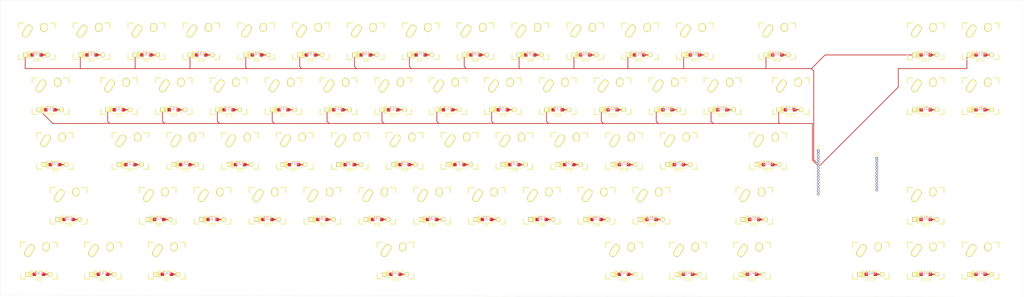
<source format=kicad_pcb>
(kicad_pcb (version 20171130) (host pcbnew "(5.1.6-0-10_14)")
  (layers (0 F.Cu signal) (31 B.Cu signal) (34 B.Paste user) (35 F.Paste user) (36 B.SilkS user) (37 F.SilkS user) (38 B.Mask user) (39 F.Mask user) (44 Edge.Cuts user))
  (net 0 "")
  (net 1 "Net-(D00-Pad2)")
  (net 2 /row0)
  (net 3 "Net-(D01-Pad2)")
  (net 4 "Net-(D02-Pad2)")
  (net 5 "Net-(D03-Pad2)")
  (net 6 "Net-(D04-Pad2)")
  (net 7 "Net-(D05-Pad2)")
  (net 8 "Net-(D06-Pad2)")
  (net 9 "Net-(D07-Pad2)")
  (net 10 "Net-(D08-Pad2)")
  (net 11 "Net-(D09-Pad2)")
  (net 12 "Net-(D10-Pad2)")
  (net 13 /row1)
  (net 14 "Net-(D010-Pad2)")
  (net 15 "Net-(D11-Pad2)")
  (net 16 "Net-(D011-Pad2)")
  (net 17 "Net-(D12-Pad2)")
  (net 18 "Net-(D012-Pad2)")
  (net 19 "Net-(D13-Pad2)")
  (net 20 "Net-(D013-Pad2)")
  (net 21 "Net-(D14-Pad2)")
  (net 22 "Net-(D014-Pad2)")
  (net 23 "Net-(D15-Pad2)")
  (net 24 "Net-(D16-Pad2)")
  (net 25 "Net-(D17-Pad2)")
  (net 26 "Net-(D18-Pad2)")
  (net 27 "Net-(D19-Pad2)")
  (net 28 "Net-(D20-Pad2)")
  (net 29 /row2)
  (net 30 "Net-(D21-Pad2)")
  (net 31 "Net-(D22-Pad2)")
  (net 32 "Net-(D23-Pad2)")
  (net 33 "Net-(D24-Pad2)")
  (net 34 "Net-(D25-Pad2)")
  (net 35 "Net-(D26-Pad2)")
  (net 36 "Net-(D27-Pad2)")
  (net 37 "Net-(D28-Pad2)")
  (net 38 "Net-(D29-Pad2)")
  (net 39 "Net-(D30-Pad2)")
  (net 40 /row3)
  (net 41 "Net-(D31-Pad2)")
  (net 42 "Net-(D32-Pad2)")
  (net 43 "Net-(D33-Pad2)")
  (net 44 "Net-(D34-Pad2)")
  (net 45 "Net-(D35-Pad2)")
  (net 46 "Net-(D36-Pad2)")
  (net 47 "Net-(D37-Pad2)")
  (net 48 "Net-(D38-Pad2)")
  (net 49 "Net-(D39-Pad2)")
  (net 50 "Net-(D40-Pad2)")
  (net 51 /row4)
  (net 52 "Net-(D41-Pad2)")
  (net 53 "Net-(D42-Pad2)")
  (net 54 "Net-(D45-Pad2)")
  (net 55 "Net-(D49-Pad2)")
  (net 56 "Net-(D110-Pad2)")
  (net 57 "Net-(D111-Pad2)")
  (net 58 "Net-(D112-Pad2)")
  (net 59 "Net-(D113-Pad2)")
  (net 60 "Net-(D114-Pad2)")
  (net 61 "Net-(D210-Pad2)")
  (net 62 "Net-(D211-Pad2)")
  (net 63 "Net-(D212-Pad2)")
  (net 64 "Net-(D310-Pad2)")
  (net 65 "Net-(D311-Pad2)")
  (net 66 "Net-(D313-Pad2)")
  (net 67 "Net-(D410-Pad2)")
  (net 68 "Net-(D411-Pad2)")
  (net 69 "Net-(D412-Pad2)")
  (net 70 "Net-(D413-Pad2)")
  (net 71 "Net-(D414-Pad2)")
  (net 72 "Net-(J1-Pad1)")
  (net 73 "Net-(J1-Pad2)")
  (net 74 "Net-(J1-Pad3)")
  (net 75 "Net-(J1-Pad4)")
  (net 76 /col0)
  (net 77 /col1)
  (net 78 /col2)
  (net 79 /col3)
  (net 80 /col4)
  (net 81 /col5)
  (net 82 "Net-(J1-Pad16)")
  (net 83 /col14)
  (net 84 /col13)
  (net 85 /col12)
  (net 86 /col11)
  (net 87 /col10)
  (net 88 /col9)
  (net 89 /col8)
  (net 90 /col7)
  (net 91 /col6)
  (net 92 "Net-(J2-Pad10)")
  (net 93 "Net-(J2-Pad11)")
  (net 94 "Net-(J2-Pad12)")
  (net 95 "Net-(D214-Pad2)")
  (net 96 "Net-(D314-Pad2)")
  (module keebs:Mx_Alps_100 (layer F.Cu) (at 226.21875 60.325)
    (fp_text reference K210 (at 0 4.318) (layer B.SilkS) (effects (font (thickness 0.2)) (justify mirror)))
    (fp_text value KEYSW hide)
    (pad "" np_thru_hole circle (at 0 0) (size 3.9878 3.9878) (drill 3.9878) (layers *.Cu *.Mask))
    (pad "" np_thru_hole circle (at -5.08 0) (size 1.7018 1.7018) (drill 1.7018) (layers *.Cu *.Mask))
    (pad "" np_thru_hole circle (at 5.08 0) (size 1.7018 1.7018) (drill 1.7018) (layers *.Cu *.Mask))
    (pad 1 thru_hole oval (at -3.255 -3.52 327.5) (size 2.5 4.75) (drill oval 1.5 3.75) (layers *.Cu *.Mask F.SilkS) (net 87 /col10))
    (pad 2 thru_hole oval (at 2.52 -4.79 356.1) (size 2.5 3.08) (drill oval 1.5 2.08) (layers *.Cu *.Mask F.SilkS) (net 61 "Net-(D210-Pad2)"))
  )
  (module keebs:Mx_Alps_100 (layer F.Cu) (at 245.26875 60.325)
    (fp_text reference K211 (at 0 4.318) (layer B.SilkS) (effects (font (thickness 0.2)) (justify mirror)))
    (fp_text value KEYSW hide)
    (pad 2 thru_hole oval (at 2.52 -4.79 356.1) (size 2.5 3.08) (drill oval 1.5 2.08) (layers *.Cu *.Mask F.SilkS) (net 62 "Net-(D211-Pad2)"))
    (pad 1 thru_hole oval (at -3.255 -3.52 327.5) (size 2.5 4.75) (drill oval 1.5 3.75) (layers *.Cu *.Mask F.SilkS) (net 86 /col11))
    (pad "" np_thru_hole circle (at 5.08 0) (size 1.7018 1.7018) (drill 1.7018) (layers *.Cu *.Mask))
    (pad "" np_thru_hole circle (at -5.08 0) (size 1.7018 1.7018) (drill 1.7018) (layers *.Cu *.Mask))
    (pad "" np_thru_hole circle (at 0 0) (size 3.9878 3.9878) (drill 3.9878) (layers *.Cu *.Mask))
  )
  (module keebs:Mx_Alps_100 (layer F.Cu) (at 276.225 60.325)
    (fp_text reference K212 (at 0 4.318) (layer B.SilkS) (effects (font (thickness 0.2)) (justify mirror)))
    (fp_text value KEYSW hide)
    (pad "" np_thru_hole circle (at 0 0) (size 3.9878 3.9878) (drill 3.9878) (layers *.Cu *.Mask))
    (pad "" np_thru_hole circle (at -5.08 0) (size 1.7018 1.7018) (drill 1.7018) (layers *.Cu *.Mask))
    (pad "" np_thru_hole circle (at 5.08 0) (size 1.7018 1.7018) (drill 1.7018) (layers *.Cu *.Mask))
    (pad 1 thru_hole oval (at -3.255 -3.52 327.5) (size 2.5 4.75) (drill oval 1.5 3.75) (layers *.Cu *.Mask F.SilkS) (net 85 /col12))
    (pad 2 thru_hole oval (at 2.52 -4.79 356.1) (size 2.5 3.08) (drill oval 1.5 2.08) (layers *.Cu *.Mask F.SilkS) (net 63 "Net-(D212-Pad2)"))
  )
  (module keebs:Mx_Alps_100 (layer F.Cu) (at 330.99375 41.275)
    (fp_text reference K214 (at 0 4.318) (layer B.SilkS) (effects (font (thickness 0.2)) (justify mirror)))
    (fp_text value KEYSW hide)
    (pad "" np_thru_hole circle (at 0 0) (size 3.9878 3.9878) (drill 3.9878) (layers *.Cu *.Mask))
    (pad "" np_thru_hole circle (at -5.08 0) (size 1.7018 1.7018) (drill 1.7018) (layers *.Cu *.Mask))
    (pad "" np_thru_hole circle (at 5.08 0) (size 1.7018 1.7018) (drill 1.7018) (layers *.Cu *.Mask))
    (pad 1 thru_hole oval (at -3.255 -3.52 327.5) (size 2.5 4.75) (drill oval 1.5 3.75) (layers *.Cu *.Mask F.SilkS) (net 83 /col14))
    (pad 2 thru_hole oval (at 2.52 -4.79 356.1) (size 2.5 3.08) (drill oval 1.5 2.08) (layers *.Cu *.Mask F.SilkS) (net 95 "Net-(D214-Pad2)"))
  )
  (module keebs:Mx_Alps_100 (layer F.Cu) (at 73.81875 60.325)
    (fp_text reference K22 (at 0 4.318) (layer B.SilkS) (effects (font (thickness 0.2)) (justify mirror)))
    (fp_text value KEYSW hide)
    (pad "" np_thru_hole circle (at 0 0) (size 3.9878 3.9878) (drill 3.9878) (layers *.Cu *.Mask))
    (pad "" np_thru_hole circle (at -5.08 0) (size 1.7018 1.7018) (drill 1.7018) (layers *.Cu *.Mask))
    (pad "" np_thru_hole circle (at 5.08 0) (size 1.7018 1.7018) (drill 1.7018) (layers *.Cu *.Mask))
    (pad 1 thru_hole oval (at -3.255 -3.52 327.5) (size 2.5 4.75) (drill oval 1.5 3.75) (layers *.Cu *.Mask F.SilkS) (net 78 /col2))
    (pad 2 thru_hole oval (at 2.52 -4.79 356.1) (size 2.5 3.08) (drill oval 1.5 2.08) (layers *.Cu *.Mask F.SilkS) (net 31 "Net-(D22-Pad2)"))
  )
  (module keebs:Mx_Alps_100 (layer F.Cu) (at 92.86875 60.325)
    (fp_text reference K23 (at 0 4.318) (layer B.SilkS) (effects (font (thickness 0.2)) (justify mirror)))
    (fp_text value KEYSW hide)
    (pad 2 thru_hole oval (at 2.52 -4.79 356.1) (size 2.5 3.08) (drill oval 1.5 2.08) (layers *.Cu *.Mask F.SilkS) (net 32 "Net-(D23-Pad2)"))
    (pad 1 thru_hole oval (at -3.255 -3.52 327.5) (size 2.5 4.75) (drill oval 1.5 3.75) (layers *.Cu *.Mask F.SilkS) (net 79 /col3))
    (pad "" np_thru_hole circle (at 5.08 0) (size 1.7018 1.7018) (drill 1.7018) (layers *.Cu *.Mask))
    (pad "" np_thru_hole circle (at -5.08 0) (size 1.7018 1.7018) (drill 1.7018) (layers *.Cu *.Mask))
    (pad "" np_thru_hole circle (at 0 0) (size 3.9878 3.9878) (drill 3.9878) (layers *.Cu *.Mask))
  )
  (module keebs:Mx_Alps_100 (layer F.Cu) (at 111.91875 60.325)
    (fp_text reference K24 (at 0 4.318) (layer B.SilkS) (effects (font (thickness 0.2)) (justify mirror)))
    (fp_text value KEYSW hide)
    (pad "" np_thru_hole circle (at 0 0) (size 3.9878 3.9878) (drill 3.9878) (layers *.Cu *.Mask))
    (pad "" np_thru_hole circle (at -5.08 0) (size 1.7018 1.7018) (drill 1.7018) (layers *.Cu *.Mask))
    (pad "" np_thru_hole circle (at 5.08 0) (size 1.7018 1.7018) (drill 1.7018) (layers *.Cu *.Mask))
    (pad 1 thru_hole oval (at -3.255 -3.52 327.5) (size 2.5 4.75) (drill oval 1.5 3.75) (layers *.Cu *.Mask F.SilkS) (net 80 /col4))
    (pad 2 thru_hole oval (at 2.52 -4.79 356.1) (size 2.5 3.08) (drill oval 1.5 2.08) (layers *.Cu *.Mask F.SilkS) (net 33 "Net-(D24-Pad2)"))
  )
  (module keebs:Mx_Alps_100 (layer F.Cu) (at 130.96875 60.325)
    (fp_text reference K25 (at 0 4.318) (layer B.SilkS) (effects (font (thickness 0.2)) (justify mirror)))
    (fp_text value KEYSW hide)
    (pad 2 thru_hole oval (at 2.52 -4.79 356.1) (size 2.5 3.08) (drill oval 1.5 2.08) (layers *.Cu *.Mask F.SilkS) (net 34 "Net-(D25-Pad2)"))
    (pad 1 thru_hole oval (at -3.255 -3.52 327.5) (size 2.5 4.75) (drill oval 1.5 3.75) (layers *.Cu *.Mask F.SilkS) (net 81 /col5))
    (pad "" np_thru_hole circle (at 5.08 0) (size 1.7018 1.7018) (drill 1.7018) (layers *.Cu *.Mask))
    (pad "" np_thru_hole circle (at -5.08 0) (size 1.7018 1.7018) (drill 1.7018) (layers *.Cu *.Mask))
    (pad "" np_thru_hole circle (at 0 0) (size 3.9878 3.9878) (drill 3.9878) (layers *.Cu *.Mask))
  )
  (module keebs:Mx_Alps_100 (layer F.Cu) (at 150.01875 60.325)
    (fp_text reference K26 (at 0 4.318) (layer B.SilkS) (effects (font (thickness 0.2)) (justify mirror)))
    (fp_text value KEYSW hide)
    (pad "" np_thru_hole circle (at 0 0) (size 3.9878 3.9878) (drill 3.9878) (layers *.Cu *.Mask))
    (pad "" np_thru_hole circle (at -5.08 0) (size 1.7018 1.7018) (drill 1.7018) (layers *.Cu *.Mask))
    (pad "" np_thru_hole circle (at 5.08 0) (size 1.7018 1.7018) (drill 1.7018) (layers *.Cu *.Mask))
    (pad 1 thru_hole oval (at -3.255 -3.52 327.5) (size 2.5 4.75) (drill oval 1.5 3.75) (layers *.Cu *.Mask F.SilkS) (net 91 /col6))
    (pad 2 thru_hole oval (at 2.52 -4.79 356.1) (size 2.5 3.08) (drill oval 1.5 2.08) (layers *.Cu *.Mask F.SilkS) (net 35 "Net-(D26-Pad2)"))
  )
  (module keebs:Mx_Alps_100 (layer F.Cu) (at 169.06875 60.325)
    (fp_text reference K27 (at 0 4.318) (layer B.SilkS) (effects (font (thickness 0.2)) (justify mirror)))
    (fp_text value KEYSW hide)
    (pad 2 thru_hole oval (at 2.52 -4.79 356.1) (size 2.5 3.08) (drill oval 1.5 2.08) (layers *.Cu *.Mask F.SilkS) (net 36 "Net-(D27-Pad2)"))
    (pad 1 thru_hole oval (at -3.255 -3.52 327.5) (size 2.5 4.75) (drill oval 1.5 3.75) (layers *.Cu *.Mask F.SilkS) (net 90 /col7))
    (pad "" np_thru_hole circle (at 5.08 0) (size 1.7018 1.7018) (drill 1.7018) (layers *.Cu *.Mask))
    (pad "" np_thru_hole circle (at -5.08 0) (size 1.7018 1.7018) (drill 1.7018) (layers *.Cu *.Mask))
    (pad "" np_thru_hole circle (at 0 0) (size 3.9878 3.9878) (drill 3.9878) (layers *.Cu *.Mask))
  )
  (module keebs:Mx_Alps_100 (layer F.Cu) (at 188.11875 60.325)
    (fp_text reference K28 (at 0 4.318) (layer B.SilkS) (effects (font (thickness 0.2)) (justify mirror)))
    (fp_text value KEYSW hide)
    (pad "" np_thru_hole circle (at 0 0) (size 3.9878 3.9878) (drill 3.9878) (layers *.Cu *.Mask))
    (pad "" np_thru_hole circle (at -5.08 0) (size 1.7018 1.7018) (drill 1.7018) (layers *.Cu *.Mask))
    (pad "" np_thru_hole circle (at 5.08 0) (size 1.7018 1.7018) (drill 1.7018) (layers *.Cu *.Mask))
    (pad 1 thru_hole oval (at -3.255 -3.52 327.5) (size 2.5 4.75) (drill oval 1.5 3.75) (layers *.Cu *.Mask F.SilkS) (net 89 /col8))
    (pad 2 thru_hole oval (at 2.52 -4.79 356.1) (size 2.5 3.08) (drill oval 1.5 2.08) (layers *.Cu *.Mask F.SilkS) (net 37 "Net-(D28-Pad2)"))
  )
  (module keebs:Mx_Alps_100 (layer F.Cu) (at 207.16875 60.325)
    (fp_text reference K29 (at 0 4.318) (layer B.SilkS) (effects (font (thickness 0.2)) (justify mirror)))
    (fp_text value KEYSW hide)
    (pad 2 thru_hole oval (at 2.52 -4.79 356.1) (size 2.5 3.08) (drill oval 1.5 2.08) (layers *.Cu *.Mask F.SilkS) (net 38 "Net-(D29-Pad2)"))
    (pad 1 thru_hole oval (at -3.255 -3.52 327.5) (size 2.5 4.75) (drill oval 1.5 3.75) (layers *.Cu *.Mask F.SilkS) (net 88 /col9))
    (pad "" np_thru_hole circle (at 5.08 0) (size 1.7018 1.7018) (drill 1.7018) (layers *.Cu *.Mask))
    (pad "" np_thru_hole circle (at -5.08 0) (size 1.7018 1.7018) (drill 1.7018) (layers *.Cu *.Mask))
    (pad "" np_thru_hole circle (at 0 0) (size 3.9878 3.9878) (drill 3.9878) (layers *.Cu *.Mask))
  )
  (module keebs:Mx_Alps_100 (layer F.Cu) (at 54.76875 60.325)
    (fp_text reference K21 (at 0 4.318) (layer B.SilkS) (effects (font (thickness 0.2)) (justify mirror)))
    (fp_text value KEYSW hide)
    (pad 2 thru_hole oval (at 2.52 -4.79 356.1) (size 2.5 3.08) (drill oval 1.5 2.08) (layers *.Cu *.Mask F.SilkS) (net 30 "Net-(D21-Pad2)"))
    (pad 1 thru_hole oval (at -3.255 -3.52 327.5) (size 2.5 4.75) (drill oval 1.5 3.75) (layers *.Cu *.Mask F.SilkS) (net 77 /col1))
    (pad "" np_thru_hole circle (at 5.08 0) (size 1.7018 1.7018) (drill 1.7018) (layers *.Cu *.Mask))
    (pad "" np_thru_hole circle (at -5.08 0) (size 1.7018 1.7018) (drill 1.7018) (layers *.Cu *.Mask))
    (pad "" np_thru_hole circle (at 0 0) (size 3.9878 3.9878) (drill 3.9878) (layers *.Cu *.Mask))
  )
  (module keebs:Mx_Alps_100 (layer F.Cu) (at 28.575 60.325)
    (fp_text reference K20 (at 0 4.318) (layer B.SilkS) (effects (font (thickness 0.2)) (justify mirror)))
    (fp_text value KEYSW hide)
    (pad "" np_thru_hole circle (at 0 0) (size 3.9878 3.9878) (drill 3.9878) (layers *.Cu *.Mask))
    (pad "" np_thru_hole circle (at -5.08 0) (size 1.7018 1.7018) (drill 1.7018) (layers *.Cu *.Mask))
    (pad "" np_thru_hole circle (at 5.08 0) (size 1.7018 1.7018) (drill 1.7018) (layers *.Cu *.Mask))
    (pad 1 thru_hole oval (at -3.255 -3.52 327.5) (size 2.5 4.75) (drill oval 1.5 3.75) (layers *.Cu *.Mask F.SilkS) (net 76 /col0))
    (pad 2 thru_hole oval (at 2.52 -4.79 356.1) (size 2.5 3.08) (drill oval 1.5 2.08) (layers *.Cu *.Mask F.SilkS) (net 28 "Net-(D20-Pad2)"))
  )
  (module keyboard_parts:D_SOD123_axial (layer F.Cu) (at 22.225 26.9875)
    (fp_text reference D00 (at 0 1.925) (layer F.SilkS) (effects (font (size 0.8 0.8))))
    (fp_text value D hide)
    (pad 2 smd rect (at 2.7 0) (size 2.5 0.5) (layers F.Cu) (net 1 "Net-(D00-Pad2)"))
    (pad 1 smd rect (at -2.7 0) (size 2.5 0.5) (layers F.Cu) (net 2 /row0))
    (pad 2 thru_hole circle (at 3.9 0) (size 1.6 1.6) (drill 0.7) (layers *.Cu *.Mask F.SilkS) (net 1 "Net-(D00-Pad2)"))
    (pad 1 thru_hole rect (at -3.9 0) (size 1.6 1.6) (drill 0.7) (layers *.Cu *.Mask F.SilkS) (net 2 /row0))
    (pad 1 smd rect (at -1.575 0) (size 1.2 1.2) (layers F.Cu F.Paste F.Mask) (net 2 /row0))
    (pad 2 smd rect (at 1.575 0) (size 1.2 1.2) (layers F.Cu F.Paste F.Mask) (net 1 "Net-(D00-Pad2)"))
  )
  (module keyboard_parts:D_SOD123_axial (layer F.Cu) (at 41.2875 26.9875)
    (fp_text reference D01 (at 0 1.925) (layer F.SilkS) (effects (font (size 0.8 0.8))))
    (fp_text value D hide)
    (pad 2 smd rect (at 1.575 0) (size 1.2 1.2) (layers F.Cu F.Paste F.Mask) (net 3 "Net-(D01-Pad2)"))
    (pad 1 smd rect (at -1.575 0) (size 1.2 1.2) (layers F.Cu F.Paste F.Mask) (net 2 /row0))
    (pad 1 thru_hole rect (at -3.9 0) (size 1.6 1.6) (drill 0.7) (layers *.Cu *.Mask F.SilkS) (net 2 /row0))
    (pad 2 thru_hole circle (at 3.9 0) (size 1.6 1.6) (drill 0.7) (layers *.Cu *.Mask F.SilkS) (net 3 "Net-(D01-Pad2)"))
    (pad 1 smd rect (at -2.7 0) (size 2.5 0.5) (layers F.Cu) (net 2 /row0))
    (pad 2 smd rect (at 2.7 0) (size 2.5 0.5) (layers F.Cu) (net 3 "Net-(D01-Pad2)"))
  )
  (module keyboard_parts:D_SOD123_axial (layer F.Cu) (at 60.3375 26.9875)
    (fp_text reference D02 (at 0 1.925) (layer F.SilkS) (effects (font (size 0.8 0.8))))
    (fp_text value D hide)
    (pad 2 smd rect (at 2.7 0) (size 2.5 0.5) (layers F.Cu) (net 4 "Net-(D02-Pad2)"))
    (pad 1 smd rect (at -2.7 0) (size 2.5 0.5) (layers F.Cu) (net 2 /row0))
    (pad 2 thru_hole circle (at 3.9 0) (size 1.6 1.6) (drill 0.7) (layers *.Cu *.Mask F.SilkS) (net 4 "Net-(D02-Pad2)"))
    (pad 1 thru_hole rect (at -3.9 0) (size 1.6 1.6) (drill 0.7) (layers *.Cu *.Mask F.SilkS) (net 2 /row0))
    (pad 1 smd rect (at -1.575 0) (size 1.2 1.2) (layers F.Cu F.Paste F.Mask) (net 2 /row0))
    (pad 2 smd rect (at 1.575 0) (size 1.2 1.2) (layers F.Cu F.Paste F.Mask) (net 4 "Net-(D02-Pad2)"))
  )
  (module keyboard_parts:D_SOD123_axial (layer F.Cu) (at 79.375 26.9875)
    (fp_text reference D03 (at 0 1.925) (layer F.SilkS) (effects (font (size 0.8 0.8))))
    (fp_text value D hide)
    (pad 2 smd rect (at 1.575 0) (size 1.2 1.2) (layers F.Cu F.Paste F.Mask) (net 5 "Net-(D03-Pad2)"))
    (pad 1 smd rect (at -1.575 0) (size 1.2 1.2) (layers F.Cu F.Paste F.Mask) (net 2 /row0))
    (pad 1 thru_hole rect (at -3.9 0) (size 1.6 1.6) (drill 0.7) (layers *.Cu *.Mask F.SilkS) (net 2 /row0))
    (pad 2 thru_hole circle (at 3.9 0) (size 1.6 1.6) (drill 0.7) (layers *.Cu *.Mask F.SilkS) (net 5 "Net-(D03-Pad2)"))
    (pad 1 smd rect (at -2.7 0) (size 2.5 0.5) (layers F.Cu) (net 2 /row0))
    (pad 2 smd rect (at 2.7 0) (size 2.5 0.5) (layers F.Cu) (net 5 "Net-(D03-Pad2)"))
  )
  (module keyboard_parts:D_SOD123_axial (layer F.Cu) (at 98.74375 26.9875)
    (fp_text reference D04 (at 0 1.925) (layer F.SilkS) (effects (font (size 0.8 0.8))))
    (fp_text value D hide)
    (pad 2 smd rect (at 2.7 0) (size 2.5 0.5) (layers F.Cu) (net 6 "Net-(D04-Pad2)"))
    (pad 1 smd rect (at -2.7 0) (size 2.5 0.5) (layers F.Cu) (net 2 /row0))
    (pad 2 thru_hole circle (at 3.9 0) (size 1.6 1.6) (drill 0.7) (layers *.Cu *.Mask F.SilkS) (net 6 "Net-(D04-Pad2)"))
    (pad 1 thru_hole rect (at -3.9 0) (size 1.6 1.6) (drill 0.7) (layers *.Cu *.Mask F.SilkS) (net 2 /row0))
    (pad 1 smd rect (at -1.575 0) (size 1.2 1.2) (layers F.Cu F.Paste F.Mask) (net 2 /row0))
    (pad 2 smd rect (at 1.575 0) (size 1.2 1.2) (layers F.Cu F.Paste F.Mask) (net 6 "Net-(D04-Pad2)"))
  )
  (module keyboard_parts:D_SOD123_axial (layer F.Cu) (at 117.4875 26.9875)
    (fp_text reference D05 (at 0 1.925) (layer F.SilkS) (effects (font (size 0.8 0.8))))
    (fp_text value D hide)
    (pad 2 smd rect (at 1.575 0) (size 1.2 1.2) (layers F.Cu F.Paste F.Mask) (net 7 "Net-(D05-Pad2)"))
    (pad 1 smd rect (at -1.575 0) (size 1.2 1.2) (layers F.Cu F.Paste F.Mask) (net 2 /row0))
    (pad 1 thru_hole rect (at -3.9 0) (size 1.6 1.6) (drill 0.7) (layers *.Cu *.Mask F.SilkS) (net 2 /row0))
    (pad 2 thru_hole circle (at 3.9 0) (size 1.6 1.6) (drill 0.7) (layers *.Cu *.Mask F.SilkS) (net 7 "Net-(D05-Pad2)"))
    (pad 1 smd rect (at -2.7 0) (size 2.5 0.5) (layers F.Cu) (net 2 /row0))
    (pad 2 smd rect (at 2.7 0) (size 2.5 0.5) (layers F.Cu) (net 7 "Net-(D05-Pad2)"))
  )
  (module keyboard_parts:D_SOD123_axial (layer F.Cu) (at 136.525 26.9875)
    (fp_text reference D06 (at 0 1.925) (layer F.SilkS) (effects (font (size 0.8 0.8))))
    (fp_text value D hide)
    (pad 2 smd rect (at 2.7 0) (size 2.5 0.5) (layers F.Cu) (net 8 "Net-(D06-Pad2)"))
    (pad 1 smd rect (at -2.7 0) (size 2.5 0.5) (layers F.Cu) (net 2 /row0))
    (pad 2 thru_hole circle (at 3.9 0) (size 1.6 1.6) (drill 0.7) (layers *.Cu *.Mask F.SilkS) (net 8 "Net-(D06-Pad2)"))
    (pad 1 thru_hole rect (at -3.9 0) (size 1.6 1.6) (drill 0.7) (layers *.Cu *.Mask F.SilkS) (net 2 /row0))
    (pad 1 smd rect (at -1.575 0) (size 1.2 1.2) (layers F.Cu F.Paste F.Mask) (net 2 /row0))
    (pad 2 smd rect (at 1.575 0) (size 1.2 1.2) (layers F.Cu F.Paste F.Mask) (net 8 "Net-(D06-Pad2)"))
  )
  (module keyboard_parts:D_SOD123_axial (layer F.Cu) (at 155.5875 26.9875)
    (fp_text reference D07 (at 0 1.925) (layer F.SilkS) (effects (font (size 0.8 0.8))))
    (fp_text value D hide)
    (pad 2 smd rect (at 2.7 0) (size 2.5 0.5) (layers F.Cu) (net 9 "Net-(D07-Pad2)"))
    (pad 1 smd rect (at -2.7 0) (size 2.5 0.5) (layers F.Cu) (net 2 /row0))
    (pad 2 thru_hole circle (at 3.9 0) (size 1.6 1.6) (drill 0.7) (layers *.Cu *.Mask F.SilkS) (net 9 "Net-(D07-Pad2)"))
    (pad 1 thru_hole rect (at -3.9 0) (size 1.6 1.6) (drill 0.7) (layers *.Cu *.Mask F.SilkS) (net 2 /row0))
    (pad 1 smd rect (at -1.575 0) (size 1.2 1.2) (layers F.Cu F.Paste F.Mask) (net 2 /row0))
    (pad 2 smd rect (at 1.575 0) (size 1.2 1.2) (layers F.Cu F.Paste F.Mask) (net 9 "Net-(D07-Pad2)"))
  )
  (module keyboard_parts:D_SOD123_axial (layer F.Cu) (at 174.625 26.9875)
    (fp_text reference D08 (at 0 1.925) (layer F.SilkS) (effects (font (size 0.8 0.8))))
    (fp_text value D hide)
    (pad 2 smd rect (at 1.575 0) (size 1.2 1.2) (layers F.Cu F.Paste F.Mask) (net 10 "Net-(D08-Pad2)"))
    (pad 1 smd rect (at -1.575 0) (size 1.2 1.2) (layers F.Cu F.Paste F.Mask) (net 2 /row0))
    (pad 1 thru_hole rect (at -3.9 0) (size 1.6 1.6) (drill 0.7) (layers *.Cu *.Mask F.SilkS) (net 2 /row0))
    (pad 2 thru_hole circle (at 3.9 0) (size 1.6 1.6) (drill 0.7) (layers *.Cu *.Mask F.SilkS) (net 10 "Net-(D08-Pad2)"))
    (pad 1 smd rect (at -2.7 0) (size 2.5 0.5) (layers F.Cu) (net 2 /row0))
    (pad 2 smd rect (at 2.7 0) (size 2.5 0.5) (layers F.Cu) (net 10 "Net-(D08-Pad2)"))
  )
  (module keyboard_parts:D_SOD123_axial (layer F.Cu) (at 193.675 26.9875)
    (fp_text reference D09 (at 0 1.925) (layer F.SilkS) (effects (font (size 0.8 0.8))))
    (fp_text value D hide)
    (pad 2 smd rect (at 1.575 0) (size 1.2 1.2) (layers F.Cu F.Paste F.Mask) (net 11 "Net-(D09-Pad2)"))
    (pad 1 smd rect (at -1.575 0) (size 1.2 1.2) (layers F.Cu F.Paste F.Mask) (net 2 /row0))
    (pad 1 thru_hole rect (at -3.9 0) (size 1.6 1.6) (drill 0.7) (layers *.Cu *.Mask F.SilkS) (net 2 /row0))
    (pad 2 thru_hole circle (at 3.9 0) (size 1.6 1.6) (drill 0.7) (layers *.Cu *.Mask F.SilkS) (net 11 "Net-(D09-Pad2)"))
    (pad 1 smd rect (at -2.7 0) (size 2.5 0.5) (layers F.Cu) (net 2 /row0))
    (pad 2 smd rect (at 2.7 0) (size 2.5 0.5) (layers F.Cu) (net 11 "Net-(D09-Pad2)"))
  )
  (module keyboard_parts:D_SOD123_axial (layer F.Cu) (at 212.725 26.9875)
    (fp_text reference D010 (at 0 1.925) (layer F.SilkS) (effects (font (size 0.8 0.8))))
    (fp_text value D hide)
    (pad 2 smd rect (at 2.7 0) (size 2.5 0.5) (layers F.Cu) (net 14 "Net-(D010-Pad2)"))
    (pad 1 smd rect (at -2.7 0) (size 2.5 0.5) (layers F.Cu) (net 2 /row0))
    (pad 2 thru_hole circle (at 3.9 0) (size 1.6 1.6) (drill 0.7) (layers *.Cu *.Mask F.SilkS) (net 14 "Net-(D010-Pad2)"))
    (pad 1 thru_hole rect (at -3.9 0) (size 1.6 1.6) (drill 0.7) (layers *.Cu *.Mask F.SilkS) (net 2 /row0))
    (pad 1 smd rect (at -1.575 0) (size 1.2 1.2) (layers F.Cu F.Paste F.Mask) (net 2 /row0))
    (pad 2 smd rect (at 1.575 0) (size 1.2 1.2) (layers F.Cu F.Paste F.Mask) (net 14 "Net-(D010-Pad2)"))
  )
  (module keyboard_parts:D_SOD123_axial (layer F.Cu) (at 26.9875 46.0375)
    (fp_text reference D10 (at 0 1.925) (layer F.SilkS) (effects (font (size 0.8 0.8))))
    (fp_text value D hide)
    (pad 2 smd rect (at 1.575 0) (size 1.2 1.2) (layers F.Cu F.Paste F.Mask) (net 12 "Net-(D10-Pad2)"))
    (pad 1 smd rect (at -1.575 0) (size 1.2 1.2) (layers F.Cu F.Paste F.Mask) (net 13 /row1))
    (pad 1 thru_hole rect (at -3.9 0) (size 1.6 1.6) (drill 0.7) (layers *.Cu *.Mask F.SilkS) (net 13 /row1))
    (pad 2 thru_hole circle (at 3.9 0) (size 1.6 1.6) (drill 0.7) (layers *.Cu *.Mask F.SilkS) (net 12 "Net-(D10-Pad2)"))
    (pad 1 smd rect (at -2.7 0) (size 2.5 0.5) (layers F.Cu) (net 13 /row1))
    (pad 2 smd rect (at 2.7 0) (size 2.5 0.5) (layers F.Cu) (net 12 "Net-(D10-Pad2)"))
  )
  (module keyboard_parts:D_SOD123_axial (layer F.Cu) (at 231.45625 26.9875)
    (fp_text reference D011 (at 0 1.925) (layer F.SilkS) (effects (font (size 0.8 0.8))))
    (fp_text value D hide)
    (pad 2 smd rect (at 2.7 0) (size 2.5 0.5) (layers F.Cu) (net 16 "Net-(D011-Pad2)"))
    (pad 1 smd rect (at -2.7 0) (size 2.5 0.5) (layers F.Cu) (net 2 /row0))
    (pad 2 thru_hole circle (at 3.9 0) (size 1.6 1.6) (drill 0.7) (layers *.Cu *.Mask F.SilkS) (net 16 "Net-(D011-Pad2)"))
    (pad 1 thru_hole rect (at -3.9 0) (size 1.6 1.6) (drill 0.7) (layers *.Cu *.Mask F.SilkS) (net 2 /row0))
    (pad 1 smd rect (at -1.575 0) (size 1.2 1.2) (layers F.Cu F.Paste F.Mask) (net 2 /row0))
    (pad 2 smd rect (at 1.575 0) (size 1.2 1.2) (layers F.Cu F.Paste F.Mask) (net 16 "Net-(D011-Pad2)"))
  )
  (module keyboard_parts:D_SOD123_axial (layer F.Cu) (at 50.7875 46.0375)
    (fp_text reference D11 (at 0 1.925) (layer F.SilkS) (effects (font (size 0.8 0.8))))
    (fp_text value D hide)
    (pad 2 smd rect (at 2.7 0) (size 2.5 0.5) (layers F.Cu) (net 15 "Net-(D11-Pad2)"))
    (pad 1 smd rect (at -2.7 0) (size 2.5 0.5) (layers F.Cu) (net 13 /row1))
    (pad 2 thru_hole circle (at 3.9 0) (size 1.6 1.6) (drill 0.7) (layers *.Cu *.Mask F.SilkS) (net 15 "Net-(D11-Pad2)"))
    (pad 1 thru_hole rect (at -3.9 0) (size 1.6 1.6) (drill 0.7) (layers *.Cu *.Mask F.SilkS) (net 13 /row1))
    (pad 1 smd rect (at -1.575 0) (size 1.2 1.2) (layers F.Cu F.Paste F.Mask) (net 13 /row1))
    (pad 2 smd rect (at 1.575 0) (size 1.2 1.2) (layers F.Cu F.Paste F.Mask) (net 15 "Net-(D11-Pad2)"))
  )
  (module keyboard_parts:D_SOD123_axial (layer F.Cu) (at 250.8375 26.9875)
    (fp_text reference D012 (at 0 1.925) (layer F.SilkS) (effects (font (size 0.8 0.8))))
    (fp_text value D hide)
    (pad 2 smd rect (at 1.575 0) (size 1.2 1.2) (layers F.Cu F.Paste F.Mask) (net 18 "Net-(D012-Pad2)"))
    (pad 1 smd rect (at -1.575 0) (size 1.2 1.2) (layers F.Cu F.Paste F.Mask) (net 2 /row0))
    (pad 1 thru_hole rect (at -3.9 0) (size 1.6 1.6) (drill 0.7) (layers *.Cu *.Mask F.SilkS) (net 2 /row0))
    (pad 2 thru_hole circle (at 3.9 0) (size 1.6 1.6) (drill 0.7) (layers *.Cu *.Mask F.SilkS) (net 18 "Net-(D012-Pad2)"))
    (pad 1 smd rect (at -2.7 0) (size 2.5 0.5) (layers F.Cu) (net 2 /row0))
    (pad 2 smd rect (at 2.7 0) (size 2.5 0.5) (layers F.Cu) (net 18 "Net-(D012-Pad2)"))
  )
  (module keyboard_parts:D_SOD123_axial (layer F.Cu) (at 69.85 46.0375)
    (fp_text reference D12 (at 0 1.925) (layer F.SilkS) (effects (font (size 0.8 0.8))))
    (fp_text value D hide)
    (pad 2 smd rect (at 1.575 0) (size 1.2 1.2) (layers F.Cu F.Paste F.Mask) (net 17 "Net-(D12-Pad2)"))
    (pad 1 smd rect (at -1.575 0) (size 1.2 1.2) (layers F.Cu F.Paste F.Mask) (net 13 /row1))
    (pad 1 thru_hole rect (at -3.9 0) (size 1.6 1.6) (drill 0.7) (layers *.Cu *.Mask F.SilkS) (net 13 /row1))
    (pad 2 thru_hole circle (at 3.9 0) (size 1.6 1.6) (drill 0.7) (layers *.Cu *.Mask F.SilkS) (net 17 "Net-(D12-Pad2)"))
    (pad 1 smd rect (at -2.7 0) (size 2.5 0.5) (layers F.Cu) (net 13 /row1))
    (pad 2 smd rect (at 2.7 0) (size 2.5 0.5) (layers F.Cu) (net 17 "Net-(D12-Pad2)"))
  )
  (module keyboard_parts:D_SOD123_axial (layer F.Cu) (at 279.4125 26.9875)
    (fp_text reference D013 (at 0 1.925) (layer F.SilkS) (effects (font (size 0.8 0.8))))
    (fp_text value D hide)
    (pad 2 smd rect (at 2.7 0) (size 2.5 0.5) (layers F.Cu) (net 20 "Net-(D013-Pad2)"))
    (pad 1 smd rect (at -2.7 0) (size 2.5 0.5) (layers F.Cu) (net 2 /row0))
    (pad 2 thru_hole circle (at 3.9 0) (size 1.6 1.6) (drill 0.7) (layers *.Cu *.Mask F.SilkS) (net 20 "Net-(D013-Pad2)"))
    (pad 1 thru_hole rect (at -3.9 0) (size 1.6 1.6) (drill 0.7) (layers *.Cu *.Mask F.SilkS) (net 2 /row0))
    (pad 1 smd rect (at -1.575 0) (size 1.2 1.2) (layers F.Cu F.Paste F.Mask) (net 2 /row0))
    (pad 2 smd rect (at 1.575 0) (size 1.2 1.2) (layers F.Cu F.Paste F.Mask) (net 20 "Net-(D013-Pad2)"))
  )
  (module keyboard_parts:D_SOD123_axial (layer F.Cu) (at 88.9 46.0375)
    (fp_text reference D13 (at 0 1.925) (layer F.SilkS) (effects (font (size 0.8 0.8))))
    (fp_text value D hide)
    (pad 2 smd rect (at 2.7 0) (size 2.5 0.5) (layers F.Cu) (net 19 "Net-(D13-Pad2)"))
    (pad 1 smd rect (at -2.7 0) (size 2.5 0.5) (layers F.Cu) (net 13 /row1))
    (pad 2 thru_hole circle (at 3.9 0) (size 1.6 1.6) (drill 0.7) (layers *.Cu *.Mask F.SilkS) (net 19 "Net-(D13-Pad2)"))
    (pad 1 thru_hole rect (at -3.9 0) (size 1.6 1.6) (drill 0.7) (layers *.Cu *.Mask F.SilkS) (net 13 /row1))
    (pad 1 smd rect (at -1.575 0) (size 1.2 1.2) (layers F.Cu F.Paste F.Mask) (net 13 /row1))
    (pad 2 smd rect (at 1.575 0) (size 1.2 1.2) (layers F.Cu F.Paste F.Mask) (net 19 "Net-(D13-Pad2)"))
  )
  (module keyboard_parts:D_SOD123_axial (layer F.Cu) (at 107.95 46.0375)
    (fp_text reference D14 (at 0 1.925) (layer F.SilkS) (effects (font (size 0.8 0.8))))
    (fp_text value D hide)
    (pad 2 smd rect (at 1.575 0) (size 1.2 1.2) (layers F.Cu F.Paste F.Mask) (net 21 "Net-(D14-Pad2)"))
    (pad 1 smd rect (at -1.575 0) (size 1.2 1.2) (layers F.Cu F.Paste F.Mask) (net 13 /row1))
    (pad 1 thru_hole rect (at -3.9 0) (size 1.6 1.6) (drill 0.7) (layers *.Cu *.Mask F.SilkS) (net 13 /row1))
    (pad 2 thru_hole circle (at 3.9 0) (size 1.6 1.6) (drill 0.7) (layers *.Cu *.Mask F.SilkS) (net 21 "Net-(D14-Pad2)"))
    (pad 1 smd rect (at -2.7 0) (size 2.5 0.5) (layers F.Cu) (net 13 /row1))
    (pad 2 smd rect (at 2.7 0) (size 2.5 0.5) (layers F.Cu) (net 21 "Net-(D14-Pad2)"))
  )
  (module keyboard_parts:D_SOD123_axial (layer F.Cu) (at 330.99375 26.9875)
    (fp_text reference D014 (at 0 1.925) (layer F.SilkS) (effects (font (size 0.8 0.8))))
    (fp_text value D hide)
    (pad 2 smd rect (at 1.575 0) (size 1.2 1.2) (layers F.Cu F.Paste F.Mask) (net 22 "Net-(D014-Pad2)"))
    (pad 1 smd rect (at -1.575 0) (size 1.2 1.2) (layers F.Cu F.Paste F.Mask) (net 2 /row0))
    (pad 1 thru_hole rect (at -3.9 0) (size 1.6 1.6) (drill 0.7) (layers *.Cu *.Mask F.SilkS) (net 2 /row0))
    (pad 2 thru_hole circle (at 3.9 0) (size 1.6 1.6) (drill 0.7) (layers *.Cu *.Mask F.SilkS) (net 22 "Net-(D014-Pad2)"))
    (pad 1 smd rect (at -2.7 0) (size 2.5 0.5) (layers F.Cu) (net 2 /row0))
    (pad 2 smd rect (at 2.7 0) (size 2.5 0.5) (layers F.Cu) (net 22 "Net-(D014-Pad2)"))
  )
  (module keyboard_parts:D_SOD123_axial (layer F.Cu) (at 127 46.0375)
    (fp_text reference D15 (at 0 1.925) (layer F.SilkS) (effects (font (size 0.8 0.8))))
    (fp_text value D hide)
    (pad 2 smd rect (at 2.7 0) (size 2.5 0.5) (layers F.Cu) (net 23 "Net-(D15-Pad2)"))
    (pad 1 smd rect (at -2.7 0) (size 2.5 0.5) (layers F.Cu) (net 13 /row1))
    (pad 2 thru_hole circle (at 3.9 0) (size 1.6 1.6) (drill 0.7) (layers *.Cu *.Mask F.SilkS) (net 23 "Net-(D15-Pad2)"))
    (pad 1 thru_hole rect (at -3.9 0) (size 1.6 1.6) (drill 0.7) (layers *.Cu *.Mask F.SilkS) (net 13 /row1))
    (pad 1 smd rect (at -1.575 0) (size 1.2 1.2) (layers F.Cu F.Paste F.Mask) (net 13 /row1))
    (pad 2 smd rect (at 1.575 0) (size 1.2 1.2) (layers F.Cu F.Paste F.Mask) (net 23 "Net-(D15-Pad2)"))
  )
  (module keyboard_parts:D_SOD123_axial (layer F.Cu) (at 146.05 46.0375)
    (fp_text reference D16 (at 0 1.925) (layer F.SilkS) (effects (font (size 0.8 0.8))))
    (fp_text value D hide)
    (pad 2 smd rect (at 1.575 0) (size 1.2 1.2) (layers F.Cu F.Paste F.Mask) (net 24 "Net-(D16-Pad2)"))
    (pad 1 smd rect (at -1.575 0) (size 1.2 1.2) (layers F.Cu F.Paste F.Mask) (net 13 /row1))
    (pad 1 thru_hole rect (at -3.9 0) (size 1.6 1.6) (drill 0.7) (layers *.Cu *.Mask F.SilkS) (net 13 /row1))
    (pad 2 thru_hole circle (at 3.9 0) (size 1.6 1.6) (drill 0.7) (layers *.Cu *.Mask F.SilkS) (net 24 "Net-(D16-Pad2)"))
    (pad 1 smd rect (at -2.7 0) (size 2.5 0.5) (layers F.Cu) (net 13 /row1))
    (pad 2 smd rect (at 2.7 0) (size 2.5 0.5) (layers F.Cu) (net 24 "Net-(D16-Pad2)"))
  )
  (module keyboard_parts:D_SOD123_axial (layer F.Cu) (at 165.1 46.0375)
    (fp_text reference D17 (at 0 1.925) (layer F.SilkS) (effects (font (size 0.8 0.8))))
    (fp_text value D hide)
    (pad 2 smd rect (at 1.575 0) (size 1.2 1.2) (layers F.Cu F.Paste F.Mask) (net 25 "Net-(D17-Pad2)"))
    (pad 1 smd rect (at -1.575 0) (size 1.2 1.2) (layers F.Cu F.Paste F.Mask) (net 13 /row1))
    (pad 1 thru_hole rect (at -3.9 0) (size 1.6 1.6) (drill 0.7) (layers *.Cu *.Mask F.SilkS) (net 13 /row1))
    (pad 2 thru_hole circle (at 3.9 0) (size 1.6 1.6) (drill 0.7) (layers *.Cu *.Mask F.SilkS) (net 25 "Net-(D17-Pad2)"))
    (pad 1 smd rect (at -2.7 0) (size 2.5 0.5) (layers F.Cu) (net 13 /row1))
    (pad 2 smd rect (at 2.7 0) (size 2.5 0.5) (layers F.Cu) (net 25 "Net-(D17-Pad2)"))
  )
  (module keyboard_parts:D_SOD123_axial (layer F.Cu) (at 184.15 46.0375)
    (fp_text reference D18 (at 0 1.925) (layer F.SilkS) (effects (font (size 0.8 0.8))))
    (fp_text value D hide)
    (pad 2 smd rect (at 2.7 0) (size 2.5 0.5) (layers F.Cu) (net 26 "Net-(D18-Pad2)"))
    (pad 1 smd rect (at -2.7 0) (size 2.5 0.5) (layers F.Cu) (net 13 /row1))
    (pad 2 thru_hole circle (at 3.9 0) (size 1.6 1.6) (drill 0.7) (layers *.Cu *.Mask F.SilkS) (net 26 "Net-(D18-Pad2)"))
    (pad 1 thru_hole rect (at -3.9 0) (size 1.6 1.6) (drill 0.7) (layers *.Cu *.Mask F.SilkS) (net 13 /row1))
    (pad 1 smd rect (at -1.575 0) (size 1.2 1.2) (layers F.Cu F.Paste F.Mask) (net 13 /row1))
    (pad 2 smd rect (at 1.575 0) (size 1.2 1.2) (layers F.Cu F.Paste F.Mask) (net 26 "Net-(D18-Pad2)"))
  )
  (module keyboard_parts:D_SOD123_axial (layer F.Cu) (at 203.2 46.0375)
    (fp_text reference D19 (at 0 1.925) (layer F.SilkS) (effects (font (size 0.8 0.8))))
    (fp_text value D hide)
    (pad 2 smd rect (at 2.7 0) (size 2.5 0.5) (layers F.Cu) (net 27 "Net-(D19-Pad2)"))
    (pad 1 smd rect (at -2.7 0) (size 2.5 0.5) (layers F.Cu) (net 13 /row1))
    (pad 2 thru_hole circle (at 3.9 0) (size 1.6 1.6) (drill 0.7) (layers *.Cu *.Mask F.SilkS) (net 27 "Net-(D19-Pad2)"))
    (pad 1 thru_hole rect (at -3.9 0) (size 1.6 1.6) (drill 0.7) (layers *.Cu *.Mask F.SilkS) (net 13 /row1))
    (pad 1 smd rect (at -1.575 0) (size 1.2 1.2) (layers F.Cu F.Paste F.Mask) (net 13 /row1))
    (pad 2 smd rect (at 1.575 0) (size 1.2 1.2) (layers F.Cu F.Paste F.Mask) (net 27 "Net-(D19-Pad2)"))
  )
  (module keyboard_parts:D_SOD123_axial (layer F.Cu) (at 28.5875 65.0875)
    (fp_text reference D20 (at 0 1.925) (layer F.SilkS) (effects (font (size 0.8 0.8))))
    (fp_text value D hide)
    (pad 2 smd rect (at 2.7 0) (size 2.5 0.5) (layers F.Cu) (net 28 "Net-(D20-Pad2)"))
    (pad 1 smd rect (at -2.7 0) (size 2.5 0.5) (layers F.Cu) (net 29 /row2))
    (pad 2 thru_hole circle (at 3.9 0) (size 1.6 1.6) (drill 0.7) (layers *.Cu *.Mask F.SilkS) (net 28 "Net-(D20-Pad2)"))
    (pad 1 thru_hole rect (at -3.9 0) (size 1.6 1.6) (drill 0.7) (layers *.Cu *.Mask F.SilkS) (net 29 /row2))
    (pad 1 smd rect (at -1.575 0) (size 1.2 1.2) (layers F.Cu F.Paste F.Mask) (net 29 /row2))
    (pad 2 smd rect (at 1.575 0) (size 1.2 1.2) (layers F.Cu F.Paste F.Mask) (net 28 "Net-(D20-Pad2)"))
  )
  (module keyboard_parts:D_SOD123_axial (layer F.Cu) (at 54.78125 65.0875)
    (fp_text reference D21 (at 0 1.925) (layer F.SilkS) (effects (font (size 0.8 0.8))))
    (fp_text value D hide)
    (pad 2 smd rect (at 1.575 0) (size 1.2 1.2) (layers F.Cu F.Paste F.Mask) (net 30 "Net-(D21-Pad2)"))
    (pad 1 smd rect (at -1.575 0) (size 1.2 1.2) (layers F.Cu F.Paste F.Mask) (net 29 /row2))
    (pad 1 thru_hole rect (at -3.9 0) (size 1.6 1.6) (drill 0.7) (layers *.Cu *.Mask F.SilkS) (net 29 /row2))
    (pad 2 thru_hole circle (at 3.9 0) (size 1.6 1.6) (drill 0.7) (layers *.Cu *.Mask F.SilkS) (net 30 "Net-(D21-Pad2)"))
    (pad 1 smd rect (at -2.7 0) (size 2.5 0.5) (layers F.Cu) (net 29 /row2))
    (pad 2 smd rect (at 2.7 0) (size 2.5 0.5) (layers F.Cu) (net 30 "Net-(D21-Pad2)"))
  )
  (module keyboard_parts:D_SOD123_axial (layer F.Cu) (at 73.81875 65.0875)
    (fp_text reference D22 (at 0 1.925) (layer F.SilkS) (effects (font (size 0.8 0.8))))
    (fp_text value D hide)
    (pad 2 smd rect (at 2.7 0) (size 2.5 0.5) (layers F.Cu) (net 31 "Net-(D22-Pad2)"))
    (pad 1 smd rect (at -2.7 0) (size 2.5 0.5) (layers F.Cu) (net 29 /row2))
    (pad 2 thru_hole circle (at 3.9 0) (size 1.6 1.6) (drill 0.7) (layers *.Cu *.Mask F.SilkS) (net 31 "Net-(D22-Pad2)"))
    (pad 1 thru_hole rect (at -3.9 0) (size 1.6 1.6) (drill 0.7) (layers *.Cu *.Mask F.SilkS) (net 29 /row2))
    (pad 1 smd rect (at -1.575 0) (size 1.2 1.2) (layers F.Cu F.Paste F.Mask) (net 29 /row2))
    (pad 2 smd rect (at 1.575 0) (size 1.2 1.2) (layers F.Cu F.Paste F.Mask) (net 31 "Net-(D22-Pad2)"))
  )
  (module keyboard_parts:D_SOD123_axial (layer F.Cu) (at 92.86875 65.0875)
    (fp_text reference D23 (at 0 1.925) (layer F.SilkS) (effects (font (size 0.8 0.8))))
    (fp_text value D hide)
    (pad 2 smd rect (at 1.575 0) (size 1.2 1.2) (layers F.Cu F.Paste F.Mask) (net 32 "Net-(D23-Pad2)"))
    (pad 1 smd rect (at -1.575 0) (size 1.2 1.2) (layers F.Cu F.Paste F.Mask) (net 29 /row2))
    (pad 1 thru_hole rect (at -3.9 0) (size 1.6 1.6) (drill 0.7) (layers *.Cu *.Mask F.SilkS) (net 29 /row2))
    (pad 2 thru_hole circle (at 3.9 0) (size 1.6 1.6) (drill 0.7) (layers *.Cu *.Mask F.SilkS) (net 32 "Net-(D23-Pad2)"))
    (pad 1 smd rect (at -2.7 0) (size 2.5 0.5) (layers F.Cu) (net 29 /row2))
    (pad 2 smd rect (at 2.7 0) (size 2.5 0.5) (layers F.Cu) (net 32 "Net-(D23-Pad2)"))
  )
  (module keyboard_parts:D_SOD123_axial (layer F.Cu) (at 111.6 65.0875)
    (fp_text reference D24 (at 0 1.925) (layer F.SilkS) (effects (font (size 0.8 0.8))))
    (fp_text value D hide)
    (pad 2 smd rect (at 2.7 0) (size 2.5 0.5) (layers F.Cu) (net 33 "Net-(D24-Pad2)"))
    (pad 1 smd rect (at -2.7 0) (size 2.5 0.5) (layers F.Cu) (net 29 /row2))
    (pad 2 thru_hole circle (at 3.9 0) (size 1.6 1.6) (drill 0.7) (layers *.Cu *.Mask F.SilkS) (net 33 "Net-(D24-Pad2)"))
    (pad 1 thru_hole rect (at -3.9 0) (size 1.6 1.6) (drill 0.7) (layers *.Cu *.Mask F.SilkS) (net 29 /row2))
    (pad 1 smd rect (at -1.575 0) (size 1.2 1.2) (layers F.Cu F.Paste F.Mask) (net 29 /row2))
    (pad 2 smd rect (at 1.575 0) (size 1.2 1.2) (layers F.Cu F.Paste F.Mask) (net 33 "Net-(D24-Pad2)"))
  )
  (module keyboard_parts:D_SOD123_axial (layer F.Cu) (at 130.96875 65.0875)
    (fp_text reference D25 (at 0 1.925) (layer F.SilkS) (effects (font (size 0.8 0.8))))
    (fp_text value D hide)
    (pad 2 smd rect (at 1.575 0) (size 1.2 1.2) (layers F.Cu F.Paste F.Mask) (net 34 "Net-(D25-Pad2)"))
    (pad 1 smd rect (at -1.575 0) (size 1.2 1.2) (layers F.Cu F.Paste F.Mask) (net 29 /row2))
    (pad 1 thru_hole rect (at -3.9 0) (size 1.6 1.6) (drill 0.7) (layers *.Cu *.Mask F.SilkS) (net 29 /row2))
    (pad 2 thru_hole circle (at 3.9 0) (size 1.6 1.6) (drill 0.7) (layers *.Cu *.Mask F.SilkS) (net 34 "Net-(D25-Pad2)"))
    (pad 1 smd rect (at -2.7 0) (size 2.5 0.5) (layers F.Cu) (net 29 /row2))
    (pad 2 smd rect (at 2.7 0) (size 2.5 0.5) (layers F.Cu) (net 34 "Net-(D25-Pad2)"))
  )
  (module keyboard_parts:D_SOD123_axial (layer F.Cu) (at 150.01875 65.0875)
    (fp_text reference D26 (at 0 1.925) (layer F.SilkS) (effects (font (size 0.8 0.8))))
    (fp_text value D hide)
    (pad 2 smd rect (at 2.7 0) (size 2.5 0.5) (layers F.Cu) (net 35 "Net-(D26-Pad2)"))
    (pad 1 smd rect (at -2.7 0) (size 2.5 0.5) (layers F.Cu) (net 29 /row2))
    (pad 2 thru_hole circle (at 3.9 0) (size 1.6 1.6) (drill 0.7) (layers *.Cu *.Mask F.SilkS) (net 35 "Net-(D26-Pad2)"))
    (pad 1 thru_hole rect (at -3.9 0) (size 1.6 1.6) (drill 0.7) (layers *.Cu *.Mask F.SilkS) (net 29 /row2))
    (pad 1 smd rect (at -1.575 0) (size 1.2 1.2) (layers F.Cu F.Paste F.Mask) (net 29 /row2))
    (pad 2 smd rect (at 1.575 0) (size 1.2 1.2) (layers F.Cu F.Paste F.Mask) (net 35 "Net-(D26-Pad2)"))
  )
  (module keyboard_parts:D_SOD123_axial (layer F.Cu) (at 169.06875 65.0875)
    (fp_text reference D27 (at 0 1.925) (layer F.SilkS) (effects (font (size 0.8 0.8))))
    (fp_text value D hide)
    (pad 2 smd rect (at 2.7 0) (size 2.5 0.5) (layers F.Cu) (net 36 "Net-(D27-Pad2)"))
    (pad 1 smd rect (at -2.7 0) (size 2.5 0.5) (layers F.Cu) (net 29 /row2))
    (pad 2 thru_hole circle (at 3.9 0) (size 1.6 1.6) (drill 0.7) (layers *.Cu *.Mask F.SilkS) (net 36 "Net-(D27-Pad2)"))
    (pad 1 thru_hole rect (at -3.9 0) (size 1.6 1.6) (drill 0.7) (layers *.Cu *.Mask F.SilkS) (net 29 /row2))
    (pad 1 smd rect (at -1.575 0) (size 1.2 1.2) (layers F.Cu F.Paste F.Mask) (net 29 /row2))
    (pad 2 smd rect (at 1.575 0) (size 1.2 1.2) (layers F.Cu F.Paste F.Mask) (net 36 "Net-(D27-Pad2)"))
  )
  (module keyboard_parts:D_SOD123_axial (layer F.Cu) (at 188.13125 65.0875)
    (fp_text reference D28 (at 0 1.925) (layer F.SilkS) (effects (font (size 0.8 0.8))))
    (fp_text value D hide)
    (pad 2 smd rect (at 1.575 0) (size 1.2 1.2) (layers F.Cu F.Paste F.Mask) (net 37 "Net-(D28-Pad2)"))
    (pad 1 smd rect (at -1.575 0) (size 1.2 1.2) (layers F.Cu F.Paste F.Mask) (net 29 /row2))
    (pad 1 thru_hole rect (at -3.9 0) (size 1.6 1.6) (drill 0.7) (layers *.Cu *.Mask F.SilkS) (net 29 /row2))
    (pad 2 thru_hole circle (at 3.9 0) (size 1.6 1.6) (drill 0.7) (layers *.Cu *.Mask F.SilkS) (net 37 "Net-(D28-Pad2)"))
    (pad 1 smd rect (at -2.7 0) (size 2.5 0.5) (layers F.Cu) (net 29 /row2))
    (pad 2 smd rect (at 2.7 0) (size 2.5 0.5) (layers F.Cu) (net 37 "Net-(D28-Pad2)"))
  )
  (module keyboard_parts:D_SOD123_axial (layer F.Cu) (at 207.18125 65.0875)
    (fp_text reference D29 (at 0 1.925) (layer F.SilkS) (effects (font (size 0.8 0.8))))
    (fp_text value D hide)
    (pad 2 smd rect (at 1.575 0) (size 1.2 1.2) (layers F.Cu F.Paste F.Mask) (net 38 "Net-(D29-Pad2)"))
    (pad 1 smd rect (at -1.575 0) (size 1.2 1.2) (layers F.Cu F.Paste F.Mask) (net 29 /row2))
    (pad 1 thru_hole rect (at -3.9 0) (size 1.6 1.6) (drill 0.7) (layers *.Cu *.Mask F.SilkS) (net 29 /row2))
    (pad 2 thru_hole circle (at 3.9 0) (size 1.6 1.6) (drill 0.7) (layers *.Cu *.Mask F.SilkS) (net 38 "Net-(D29-Pad2)"))
    (pad 1 smd rect (at -2.7 0) (size 2.5 0.5) (layers F.Cu) (net 29 /row2))
    (pad 2 smd rect (at 2.7 0) (size 2.5 0.5) (layers F.Cu) (net 38 "Net-(D29-Pad2)"))
  )
  (module keyboard_parts:D_SOD123_axial (layer F.Cu) (at 33.3375 84.1375)
    (fp_text reference D30 (at 0 1.925) (layer F.SilkS) (effects (font (size 0.8 0.8))))
    (fp_text value D hide)
    (pad 2 smd rect (at 1.575 0) (size 1.2 1.2) (layers F.Cu F.Paste F.Mask) (net 39 "Net-(D30-Pad2)"))
    (pad 1 smd rect (at -1.575 0) (size 1.2 1.2) (layers F.Cu F.Paste F.Mask) (net 40 /row3))
    (pad 1 thru_hole rect (at -3.9 0) (size 1.6 1.6) (drill 0.7) (layers *.Cu *.Mask F.SilkS) (net 40 /row3))
    (pad 2 thru_hole circle (at 3.9 0) (size 1.6 1.6) (drill 0.7) (layers *.Cu *.Mask F.SilkS) (net 39 "Net-(D30-Pad2)"))
    (pad 1 smd rect (at -2.7 0) (size 2.5 0.5) (layers F.Cu) (net 40 /row3))
    (pad 2 smd rect (at 2.7 0) (size 2.5 0.5) (layers F.Cu) (net 39 "Net-(D30-Pad2)"))
  )
  (module keyboard_parts:D_SOD123_axial (layer F.Cu) (at 64.76875 84.1375)
    (fp_text reference D31 (at 0 1.925) (layer F.SilkS) (effects (font (size 0.8 0.8))))
    (fp_text value D hide)
    (pad 2 smd rect (at 2.7 0) (size 2.5 0.5) (layers F.Cu) (net 41 "Net-(D31-Pad2)"))
    (pad 1 smd rect (at -2.7 0) (size 2.5 0.5) (layers F.Cu) (net 40 /row3))
    (pad 2 thru_hole circle (at 3.9 0) (size 1.6 1.6) (drill 0.7) (layers *.Cu *.Mask F.SilkS) (net 41 "Net-(D31-Pad2)"))
    (pad 1 thru_hole rect (at -3.9 0) (size 1.6 1.6) (drill 0.7) (layers *.Cu *.Mask F.SilkS) (net 40 /row3))
    (pad 1 smd rect (at -1.575 0) (size 1.2 1.2) (layers F.Cu F.Paste F.Mask) (net 40 /row3))
    (pad 2 smd rect (at 1.575 0) (size 1.2 1.2) (layers F.Cu F.Paste F.Mask) (net 41 "Net-(D31-Pad2)"))
  )
  (module keyboard_parts:D_SOD123_axial (layer F.Cu) (at 83.34375 84.1375)
    (fp_text reference D32 (at 0 1.925) (layer F.SilkS) (effects (font (size 0.8 0.8))))
    (fp_text value D hide)
    (pad 2 smd rect (at 1.575 0) (size 1.2 1.2) (layers F.Cu F.Paste F.Mask) (net 42 "Net-(D32-Pad2)"))
    (pad 1 smd rect (at -1.575 0) (size 1.2 1.2) (layers F.Cu F.Paste F.Mask) (net 40 /row3))
    (pad 1 thru_hole rect (at -3.9 0) (size 1.6 1.6) (drill 0.7) (layers *.Cu *.Mask F.SilkS) (net 40 /row3))
    (pad 2 thru_hole circle (at 3.9 0) (size 1.6 1.6) (drill 0.7) (layers *.Cu *.Mask F.SilkS) (net 42 "Net-(D32-Pad2)"))
    (pad 1 smd rect (at -2.7 0) (size 2.5 0.5) (layers F.Cu) (net 40 /row3))
    (pad 2 smd rect (at 2.7 0) (size 2.5 0.5) (layers F.Cu) (net 42 "Net-(D32-Pad2)"))
  )
  (module keyboard_parts:D_SOD123_axial (layer F.Cu) (at 102.39375 84.1375)
    (fp_text reference D33 (at 0 1.925) (layer F.SilkS) (effects (font (size 0.8 0.8))))
    (fp_text value D hide)
    (pad 2 smd rect (at 2.7 0) (size 2.5 0.5) (layers F.Cu) (net 43 "Net-(D33-Pad2)"))
    (pad 1 smd rect (at -2.7 0) (size 2.5 0.5) (layers F.Cu) (net 40 /row3))
    (pad 2 thru_hole circle (at 3.9 0) (size 1.6 1.6) (drill 0.7) (layers *.Cu *.Mask F.SilkS) (net 43 "Net-(D33-Pad2)"))
    (pad 1 thru_hole rect (at -3.9 0) (size 1.6 1.6) (drill 0.7) (layers *.Cu *.Mask F.SilkS) (net 40 /row3))
    (pad 1 smd rect (at -1.575 0) (size 1.2 1.2) (layers F.Cu F.Paste F.Mask) (net 40 /row3))
    (pad 2 smd rect (at 1.575 0) (size 1.2 1.2) (layers F.Cu F.Paste F.Mask) (net 43 "Net-(D33-Pad2)"))
  )
  (module keyboard_parts:D_SOD123_axial (layer F.Cu) (at 121.44375 84.1375)
    (fp_text reference D34 (at 0 1.925) (layer F.SilkS) (effects (font (size 0.8 0.8))))
    (fp_text value D hide)
    (pad 2 smd rect (at 1.575 0) (size 1.2 1.2) (layers F.Cu F.Paste F.Mask) (net 44 "Net-(D34-Pad2)"))
    (pad 1 smd rect (at -1.575 0) (size 1.2 1.2) (layers F.Cu F.Paste F.Mask) (net 40 /row3))
    (pad 1 thru_hole rect (at -3.9 0) (size 1.6 1.6) (drill 0.7) (layers *.Cu *.Mask F.SilkS) (net 40 /row3))
    (pad 2 thru_hole circle (at 3.9 0) (size 1.6 1.6) (drill 0.7) (layers *.Cu *.Mask F.SilkS) (net 44 "Net-(D34-Pad2)"))
    (pad 1 smd rect (at -2.7 0) (size 2.5 0.5) (layers F.Cu) (net 40 /row3))
    (pad 2 smd rect (at 2.7 0) (size 2.5 0.5) (layers F.Cu) (net 44 "Net-(D34-Pad2)"))
  )
  (module keyboard_parts:D_SOD123_axial (layer F.Cu) (at 140.49375 84.1375)
    (fp_text reference D35 (at 0 1.925) (layer F.SilkS) (effects (font (size 0.8 0.8))))
    (fp_text value D hide)
    (pad 2 smd rect (at 2.7 0) (size 2.5 0.5) (layers F.Cu) (net 45 "Net-(D35-Pad2)"))
    (pad 1 smd rect (at -2.7 0) (size 2.5 0.5) (layers F.Cu) (net 40 /row3))
    (pad 2 thru_hole circle (at 3.9 0) (size 1.6 1.6) (drill 0.7) (layers *.Cu *.Mask F.SilkS) (net 45 "Net-(D35-Pad2)"))
    (pad 1 thru_hole rect (at -3.9 0) (size 1.6 1.6) (drill 0.7) (layers *.Cu *.Mask F.SilkS) (net 40 /row3))
    (pad 1 smd rect (at -1.575 0) (size 1.2 1.2) (layers F.Cu F.Paste F.Mask) (net 40 /row3))
    (pad 2 smd rect (at 1.575 0) (size 1.2 1.2) (layers F.Cu F.Paste F.Mask) (net 45 "Net-(D35-Pad2)"))
  )
  (module keyboard_parts:D_SOD123_axial (layer F.Cu) (at 159.54375 84.1375)
    (fp_text reference D36 (at 0 1.925) (layer F.SilkS) (effects (font (size 0.8 0.8))))
    (fp_text value D hide)
    (pad 2 smd rect (at 1.575 0) (size 1.2 1.2) (layers F.Cu F.Paste F.Mask) (net 46 "Net-(D36-Pad2)"))
    (pad 1 smd rect (at -1.575 0) (size 1.2 1.2) (layers F.Cu F.Paste F.Mask) (net 40 /row3))
    (pad 1 thru_hole rect (at -3.9 0) (size 1.6 1.6) (drill 0.7) (layers *.Cu *.Mask F.SilkS) (net 40 /row3))
    (pad 2 thru_hole circle (at 3.9 0) (size 1.6 1.6) (drill 0.7) (layers *.Cu *.Mask F.SilkS) (net 46 "Net-(D36-Pad2)"))
    (pad 1 smd rect (at -2.7 0) (size 2.5 0.5) (layers F.Cu) (net 40 /row3))
    (pad 2 smd rect (at 2.7 0) (size 2.5 0.5) (layers F.Cu) (net 46 "Net-(D36-Pad2)"))
  )
  (module keyboard_parts:D_SOD123_axial (layer F.Cu) (at 178.60625 84.1375)
    (fp_text reference D37 (at 0 1.925) (layer F.SilkS) (effects (font (size 0.8 0.8))))
    (fp_text value D hide)
    (pad 2 smd rect (at 1.575 0) (size 1.2 1.2) (layers F.Cu F.Paste F.Mask) (net 47 "Net-(D37-Pad2)"))
    (pad 1 smd rect (at -1.575 0) (size 1.2 1.2) (layers F.Cu F.Paste F.Mask) (net 40 /row3))
    (pad 1 thru_hole rect (at -3.9 0) (size 1.6 1.6) (drill 0.7) (layers *.Cu *.Mask F.SilkS) (net 40 /row3))
    (pad 2 thru_hole circle (at 3.9 0) (size 1.6 1.6) (drill 0.7) (layers *.Cu *.Mask F.SilkS) (net 47 "Net-(D37-Pad2)"))
    (pad 1 smd rect (at -2.7 0) (size 2.5 0.5) (layers F.Cu) (net 40 /row3))
    (pad 2 smd rect (at 2.7 0) (size 2.5 0.5) (layers F.Cu) (net 47 "Net-(D37-Pad2)"))
  )
  (module keyboard_parts:D_SOD123_axial (layer F.Cu) (at 197.64375 84.1375)
    (fp_text reference D38 (at 0 1.925) (layer F.SilkS) (effects (font (size 0.8 0.8))))
    (fp_text value D hide)
    (pad 2 smd rect (at 2.7 0) (size 2.5 0.5) (layers F.Cu) (net 48 "Net-(D38-Pad2)"))
    (pad 1 smd rect (at -2.7 0) (size 2.5 0.5) (layers F.Cu) (net 40 /row3))
    (pad 2 thru_hole circle (at 3.9 0) (size 1.6 1.6) (drill 0.7) (layers *.Cu *.Mask F.SilkS) (net 48 "Net-(D38-Pad2)"))
    (pad 1 thru_hole rect (at -3.9 0) (size 1.6 1.6) (drill 0.7) (layers *.Cu *.Mask F.SilkS) (net 40 /row3))
    (pad 1 smd rect (at -1.575 0) (size 1.2 1.2) (layers F.Cu F.Paste F.Mask) (net 40 /row3))
    (pad 2 smd rect (at 1.575 0) (size 1.2 1.2) (layers F.Cu F.Paste F.Mask) (net 48 "Net-(D38-Pad2)"))
  )
  (module keyboard_parts:D_SOD123_axial (layer F.Cu) (at 216.69375 84.1375)
    (fp_text reference D39 (at 0 1.925) (layer F.SilkS) (effects (font (size 0.8 0.8))))
    (fp_text value D hide)
    (pad 2 smd rect (at 2.7 0) (size 2.5 0.5) (layers F.Cu) (net 49 "Net-(D39-Pad2)"))
    (pad 1 smd rect (at -2.7 0) (size 2.5 0.5) (layers F.Cu) (net 40 /row3))
    (pad 2 thru_hole circle (at 3.9 0) (size 1.6 1.6) (drill 0.7) (layers *.Cu *.Mask F.SilkS) (net 49 "Net-(D39-Pad2)"))
    (pad 1 thru_hole rect (at -3.9 0) (size 1.6 1.6) (drill 0.7) (layers *.Cu *.Mask F.SilkS) (net 40 /row3))
    (pad 1 smd rect (at -1.575 0) (size 1.2 1.2) (layers F.Cu F.Paste F.Mask) (net 40 /row3))
    (pad 2 smd rect (at 1.575 0) (size 1.2 1.2) (layers F.Cu F.Paste F.Mask) (net 49 "Net-(D39-Pad2)"))
  )
  (module keyboard_parts:D_SOD123_axial (layer F.Cu) (at 23.01875 103.1875)
    (fp_text reference D40 (at 0 1.925) (layer F.SilkS) (effects (font (size 0.8 0.8))))
    (fp_text value D hide)
    (pad 2 smd rect (at 2.7 0) (size 2.5 0.5) (layers F.Cu) (net 50 "Net-(D40-Pad2)"))
    (pad 1 smd rect (at -2.7 0) (size 2.5 0.5) (layers F.Cu) (net 51 /row4))
    (pad 2 thru_hole circle (at 3.9 0) (size 1.6 1.6) (drill 0.7) (layers *.Cu *.Mask F.SilkS) (net 50 "Net-(D40-Pad2)"))
    (pad 1 thru_hole rect (at -3.9 0) (size 1.6 1.6) (drill 0.7) (layers *.Cu *.Mask F.SilkS) (net 51 /row4))
    (pad 1 smd rect (at -1.575 0) (size 1.2 1.2) (layers F.Cu F.Paste F.Mask) (net 51 /row4))
    (pad 2 smd rect (at 1.575 0) (size 1.2 1.2) (layers F.Cu F.Paste F.Mask) (net 50 "Net-(D40-Pad2)"))
  )
  (module keyboard_parts:D_SOD123_axial (layer F.Cu) (at 45.24375 103.1875)
    (fp_text reference D41 (at 0 1.925) (layer F.SilkS) (effects (font (size 0.8 0.8))))
    (fp_text value D hide)
    (pad 2 smd rect (at 1.575 0) (size 1.2 1.2) (layers F.Cu F.Paste F.Mask) (net 52 "Net-(D41-Pad2)"))
    (pad 1 smd rect (at -1.575 0) (size 1.2 1.2) (layers F.Cu F.Paste F.Mask) (net 51 /row4))
    (pad 1 thru_hole rect (at -3.9 0) (size 1.6 1.6) (drill 0.7) (layers *.Cu *.Mask F.SilkS) (net 51 /row4))
    (pad 2 thru_hole circle (at 3.9 0) (size 1.6 1.6) (drill 0.7) (layers *.Cu *.Mask F.SilkS) (net 52 "Net-(D41-Pad2)"))
    (pad 1 smd rect (at -2.7 0) (size 2.5 0.5) (layers F.Cu) (net 51 /row4))
    (pad 2 smd rect (at 2.7 0) (size 2.5 0.5) (layers F.Cu) (net 52 "Net-(D41-Pad2)"))
  )
  (module keyboard_parts:D_SOD123_axial (layer F.Cu) (at 67.46875 103.1875)
    (fp_text reference D42 (at 0 1.925) (layer F.SilkS) (effects (font (size 0.8 0.8))))
    (fp_text value D hide)
    (pad 2 smd rect (at 2.7 0) (size 2.5 0.5) (layers F.Cu) (net 53 "Net-(D42-Pad2)"))
    (pad 1 smd rect (at -2.7 0) (size 2.5 0.5) (layers F.Cu) (net 51 /row4))
    (pad 2 thru_hole circle (at 3.9 0) (size 1.6 1.6) (drill 0.7) (layers *.Cu *.Mask F.SilkS) (net 53 "Net-(D42-Pad2)"))
    (pad 1 thru_hole rect (at -3.9 0) (size 1.6 1.6) (drill 0.7) (layers *.Cu *.Mask F.SilkS) (net 51 /row4))
    (pad 1 smd rect (at -1.575 0) (size 1.2 1.2) (layers F.Cu F.Paste F.Mask) (net 51 /row4))
    (pad 2 smd rect (at 1.575 0) (size 1.2 1.2) (layers F.Cu F.Paste F.Mask) (net 53 "Net-(D42-Pad2)"))
  )
  (module keyboard_parts:D_SOD123_axial (layer F.Cu) (at 146.84375 103.1875)
    (fp_text reference D45 (at 0 1.925) (layer F.SilkS) (effects (font (size 0.8 0.8))))
    (fp_text value D hide)
    (pad 2 smd rect (at 1.575 0) (size 1.2 1.2) (layers F.Cu F.Paste F.Mask) (net 54 "Net-(D45-Pad2)"))
    (pad 1 smd rect (at -1.575 0) (size 1.2 1.2) (layers F.Cu F.Paste F.Mask) (net 51 /row4))
    (pad 1 thru_hole rect (at -3.9 0) (size 1.6 1.6) (drill 0.7) (layers *.Cu *.Mask F.SilkS) (net 51 /row4))
    (pad 2 thru_hole circle (at 3.9 0) (size 1.6 1.6) (drill 0.7) (layers *.Cu *.Mask F.SilkS) (net 54 "Net-(D45-Pad2)"))
    (pad 1 smd rect (at -2.7 0) (size 2.5 0.5) (layers F.Cu) (net 51 /row4))
    (pad 2 smd rect (at 2.7 0) (size 2.5 0.5) (layers F.Cu) (net 54 "Net-(D45-Pad2)"))
  )
  (module keyboard_parts:D_SOD123_axial (layer F.Cu) (at 226.21875 103.1875)
    (fp_text reference D49 (at 0 1.925) (layer F.SilkS) (effects (font (size 0.8 0.8))))
    (fp_text value D hide)
    (pad 2 smd rect (at 2.7 0) (size 2.5 0.5) (layers F.Cu) (net 55 "Net-(D49-Pad2)"))
    (pad 1 smd rect (at -2.7 0) (size 2.5 0.5) (layers F.Cu) (net 51 /row4))
    (pad 2 thru_hole circle (at 3.9 0) (size 1.6 1.6) (drill 0.7) (layers *.Cu *.Mask F.SilkS) (net 55 "Net-(D49-Pad2)"))
    (pad 1 thru_hole rect (at -3.9 0) (size 1.6 1.6) (drill 0.7) (layers *.Cu *.Mask F.SilkS) (net 51 /row4))
    (pad 1 smd rect (at -1.575 0) (size 1.2 1.2) (layers F.Cu F.Paste F.Mask) (net 51 /row4))
    (pad 2 smd rect (at 1.575 0) (size 1.2 1.2) (layers F.Cu F.Paste F.Mask) (net 55 "Net-(D49-Pad2)"))
  )
  (module keyboard_parts:D_SOD123_axial (layer F.Cu) (at 222.25 46.0375)
    (fp_text reference D110 (at 0 1.925) (layer F.SilkS) (effects (font (size 0.8 0.8))))
    (fp_text value D hide)
    (pad 2 smd rect (at 1.575 0) (size 1.2 1.2) (layers F.Cu F.Paste F.Mask) (net 56 "Net-(D110-Pad2)"))
    (pad 1 smd rect (at -1.575 0) (size 1.2 1.2) (layers F.Cu F.Paste F.Mask) (net 13 /row1))
    (pad 1 thru_hole rect (at -3.9 0) (size 1.6 1.6) (drill 0.7) (layers *.Cu *.Mask F.SilkS) (net 13 /row1))
    (pad 2 thru_hole circle (at 3.9 0) (size 1.6 1.6) (drill 0.7) (layers *.Cu *.Mask F.SilkS) (net 56 "Net-(D110-Pad2)"))
    (pad 1 smd rect (at -2.7 0) (size 2.5 0.5) (layers F.Cu) (net 13 /row1))
    (pad 2 smd rect (at 2.7 0) (size 2.5 0.5) (layers F.Cu) (net 56 "Net-(D110-Pad2)"))
  )
  (module keyboard_parts:D_SOD123_axial (layer F.Cu) (at 241.3125 46.0375)
    (fp_text reference D111 (at 0 1.925) (layer F.SilkS) (effects (font (size 0.8 0.8))))
    (fp_text value D hide)
    (pad 2 smd rect (at 2.7 0) (size 2.5 0.5) (layers F.Cu) (net 57 "Net-(D111-Pad2)"))
    (pad 1 smd rect (at -2.7 0) (size 2.5 0.5) (layers F.Cu) (net 13 /row1))
    (pad 2 thru_hole circle (at 3.9 0) (size 1.6 1.6) (drill 0.7) (layers *.Cu *.Mask F.SilkS) (net 57 "Net-(D111-Pad2)"))
    (pad 1 thru_hole rect (at -3.9 0) (size 1.6 1.6) (drill 0.7) (layers *.Cu *.Mask F.SilkS) (net 13 /row1))
    (pad 1 smd rect (at -1.575 0) (size 1.2 1.2) (layers F.Cu F.Paste F.Mask) (net 13 /row1))
    (pad 2 smd rect (at 1.575 0) (size 1.2 1.2) (layers F.Cu F.Paste F.Mask) (net 57 "Net-(D111-Pad2)"))
  )
  (module keyboard_parts:D_SOD123_axial (layer F.Cu) (at 260.35 46.0375)
    (fp_text reference D112 (at 0 1.925) (layer F.SilkS) (effects (font (size 0.8 0.8))))
    (fp_text value D hide)
    (pad 2 smd rect (at 1.575 0) (size 1.2 1.2) (layers F.Cu F.Paste F.Mask) (net 58 "Net-(D112-Pad2)"))
    (pad 1 smd rect (at -1.575 0) (size 1.2 1.2) (layers F.Cu F.Paste F.Mask) (net 13 /row1))
    (pad 1 thru_hole rect (at -3.9 0) (size 1.6 1.6) (drill 0.7) (layers *.Cu *.Mask F.SilkS) (net 13 /row1))
    (pad 2 thru_hole circle (at 3.9 0) (size 1.6 1.6) (drill 0.7) (layers *.Cu *.Mask F.SilkS) (net 58 "Net-(D112-Pad2)"))
    (pad 1 smd rect (at -2.7 0) (size 2.5 0.5) (layers F.Cu) (net 13 /row1))
    (pad 2 smd rect (at 2.7 0) (size 2.5 0.5) (layers F.Cu) (net 58 "Net-(D112-Pad2)"))
  )
  (module keyboard_parts:D_SOD123_axial (layer F.Cu) (at 283.84375 46.0375)
    (fp_text reference D113 (at 0 1.925) (layer F.SilkS) (effects (font (size 0.8 0.8))))
    (fp_text value D hide)
    (pad 2 smd rect (at 2.7 0) (size 2.5 0.5) (layers F.Cu) (net 59 "Net-(D113-Pad2)"))
    (pad 1 smd rect (at -2.7 0) (size 2.5 0.5) (layers F.Cu) (net 13 /row1))
    (pad 2 thru_hole circle (at 3.9 0) (size 1.6 1.6) (drill 0.7) (layers *.Cu *.Mask F.SilkS) (net 59 "Net-(D113-Pad2)"))
    (pad 1 thru_hole rect (at -3.9 0) (size 1.6 1.6) (drill 0.7) (layers *.Cu *.Mask F.SilkS) (net 13 /row1))
    (pad 1 smd rect (at -1.575 0) (size 1.2 1.2) (layers F.Cu F.Paste F.Mask) (net 13 /row1))
    (pad 2 smd rect (at 1.575 0) (size 1.2 1.2) (layers F.Cu F.Paste F.Mask) (net 59 "Net-(D113-Pad2)"))
  )
  (module keyboard_parts:D_SOD123_axial (layer F.Cu) (at 350.05625 26.9875)
    (fp_text reference D114 (at 0 1.925) (layer F.SilkS) (effects (font (size 0.8 0.8))))
    (fp_text value D hide)
    (pad 2 smd rect (at 1.575 0) (size 1.2 1.2) (layers F.Cu F.Paste F.Mask) (net 60 "Net-(D114-Pad2)"))
    (pad 1 smd rect (at -1.575 0) (size 1.2 1.2) (layers F.Cu F.Paste F.Mask) (net 13 /row1))
    (pad 1 thru_hole rect (at -3.9 0) (size 1.6 1.6) (drill 0.7) (layers *.Cu *.Mask F.SilkS) (net 13 /row1))
    (pad 2 thru_hole circle (at 3.9 0) (size 1.6 1.6) (drill 0.7) (layers *.Cu *.Mask F.SilkS) (net 60 "Net-(D114-Pad2)"))
    (pad 1 smd rect (at -2.7 0) (size 2.5 0.5) (layers F.Cu) (net 13 /row1))
    (pad 2 smd rect (at 2.7 0) (size 2.5 0.5) (layers F.Cu) (net 60 "Net-(D114-Pad2)"))
  )
  (module keyboard_parts:D_SOD123_axial (layer F.Cu) (at 226.21875 65.0875)
    (fp_text reference D210 (at 0 1.925) (layer F.SilkS) (effects (font (size 0.8 0.8))))
    (fp_text value D hide)
    (pad 2 smd rect (at 2.7 0) (size 2.5 0.5) (layers F.Cu) (net 61 "Net-(D210-Pad2)"))
    (pad 1 smd rect (at -2.7 0) (size 2.5 0.5) (layers F.Cu) (net 29 /row2))
    (pad 2 thru_hole circle (at 3.9 0) (size 1.6 1.6) (drill 0.7) (layers *.Cu *.Mask F.SilkS) (net 61 "Net-(D210-Pad2)"))
    (pad 1 thru_hole rect (at -3.9 0) (size 1.6 1.6) (drill 0.7) (layers *.Cu *.Mask F.SilkS) (net 29 /row2))
    (pad 1 smd rect (at -1.575 0) (size 1.2 1.2) (layers F.Cu F.Paste F.Mask) (net 29 /row2))
    (pad 2 smd rect (at 1.575 0) (size 1.2 1.2) (layers F.Cu F.Paste F.Mask) (net 61 "Net-(D210-Pad2)"))
  )
  (module keyboard_parts:D_SOD123_axial (layer F.Cu) (at 245.26875 65.0875)
    (fp_text reference D211 (at 0 1.925) (layer F.SilkS) (effects (font (size 0.8 0.8))))
    (fp_text value D hide)
    (pad 2 smd rect (at 1.575 0) (size 1.2 1.2) (layers F.Cu F.Paste F.Mask) (net 62 "Net-(D211-Pad2)"))
    (pad 1 smd rect (at -1.575 0) (size 1.2 1.2) (layers F.Cu F.Paste F.Mask) (net 29 /row2))
    (pad 1 thru_hole rect (at -3.9 0) (size 1.6 1.6) (drill 0.7) (layers *.Cu *.Mask F.SilkS) (net 29 /row2))
    (pad 2 thru_hole circle (at 3.9 0) (size 1.6 1.6) (drill 0.7) (layers *.Cu *.Mask F.SilkS) (net 62 "Net-(D211-Pad2)"))
    (pad 1 smd rect (at -2.7 0) (size 2.5 0.5) (layers F.Cu) (net 29 /row2))
    (pad 2 smd rect (at 2.7 0) (size 2.5 0.5) (layers F.Cu) (net 62 "Net-(D211-Pad2)"))
  )
  (module keyboard_parts:D_SOD123_axial (layer F.Cu) (at 276.225 65.0875)
    (fp_text reference D212 (at 0 1.925) (layer F.SilkS) (effects (font (size 0.8 0.8))))
    (fp_text value D hide)
    (pad 2 smd rect (at 2.7 0) (size 2.5 0.5) (layers F.Cu) (net 63 "Net-(D212-Pad2)"))
    (pad 1 smd rect (at -2.7 0) (size 2.5 0.5) (layers F.Cu) (net 29 /row2))
    (pad 2 thru_hole circle (at 3.9 0) (size 1.6 1.6) (drill 0.7) (layers *.Cu *.Mask F.SilkS) (net 63 "Net-(D212-Pad2)"))
    (pad 1 thru_hole rect (at -3.9 0) (size 1.6 1.6) (drill 0.7) (layers *.Cu *.Mask F.SilkS) (net 29 /row2))
    (pad 1 smd rect (at -1.575 0) (size 1.2 1.2) (layers F.Cu F.Paste F.Mask) (net 29 /row2))
    (pad 2 smd rect (at 1.575 0) (size 1.2 1.2) (layers F.Cu F.Paste F.Mask) (net 63 "Net-(D212-Pad2)"))
  )
  (module keyboard_parts:D_SOD123_axial (layer F.Cu) (at 331.00625 46.0375)
    (fp_text reference D214 (at 0 1.925) (layer F.SilkS) (effects (font (size 0.8 0.8))))
    (fp_text value D hide)
    (pad 2 smd rect (at 2.7 0) (size 2.5 0.5) (layers F.Cu) (net 95 "Net-(D214-Pad2)"))
    (pad 1 smd rect (at -2.7 0) (size 2.5 0.5) (layers F.Cu) (net 29 /row2))
    (pad 2 thru_hole circle (at 3.9 0) (size 1.6 1.6) (drill 0.7) (layers *.Cu *.Mask F.SilkS) (net 95 "Net-(D214-Pad2)"))
    (pad 1 thru_hole rect (at -3.9 0) (size 1.6 1.6) (drill 0.7) (layers *.Cu *.Mask F.SilkS) (net 29 /row2))
    (pad 1 smd rect (at -1.575 0) (size 1.2 1.2) (layers F.Cu F.Paste F.Mask) (net 29 /row2))
    (pad 2 smd rect (at 1.575 0) (size 1.2 1.2) (layers F.Cu F.Paste F.Mask) (net 95 "Net-(D214-Pad2)"))
  )
  (module keyboard_parts:D_SOD123_axial (layer F.Cu) (at 235.74375 84.1375)
    (fp_text reference D310 (at 0 1.925) (layer F.SilkS) (effects (font (size 0.8 0.8))))
    (fp_text value D hide)
    (pad 2 smd rect (at 1.575 0) (size 1.2 1.2) (layers F.Cu F.Paste F.Mask) (net 64 "Net-(D310-Pad2)"))
    (pad 1 smd rect (at -1.575 0) (size 1.2 1.2) (layers F.Cu F.Paste F.Mask) (net 40 /row3))
    (pad 1 thru_hole rect (at -3.9 0) (size 1.6 1.6) (drill 0.7) (layers *.Cu *.Mask F.SilkS) (net 40 /row3))
    (pad 2 thru_hole circle (at 3.9 0) (size 1.6 1.6) (drill 0.7) (layers *.Cu *.Mask F.SilkS) (net 64 "Net-(D310-Pad2)"))
    (pad 1 smd rect (at -2.7 0) (size 2.5 0.5) (layers F.Cu) (net 40 /row3))
    (pad 2 smd rect (at 2.7 0) (size 2.5 0.5) (layers F.Cu) (net 64 "Net-(D310-Pad2)"))
  )
  (module keyboard_parts:D_SOD123_axial (layer F.Cu) (at 271.4625 84.1375)
    (fp_text reference D311 (at 0 1.925) (layer F.SilkS) (effects (font (size 0.8 0.8))))
    (fp_text value D hide)
    (pad 2 smd rect (at 2.7 0) (size 2.5 0.5) (layers F.Cu) (net 65 "Net-(D311-Pad2)"))
    (pad 1 smd rect (at -2.7 0) (size 2.5 0.5) (layers F.Cu) (net 40 /row3))
    (pad 2 thru_hole circle (at 3.9 0) (size 1.6 1.6) (drill 0.7) (layers *.Cu *.Mask F.SilkS) (net 65 "Net-(D311-Pad2)"))
    (pad 1 thru_hole rect (at -3.9 0) (size 1.6 1.6) (drill 0.7) (layers *.Cu *.Mask F.SilkS) (net 40 /row3))
    (pad 1 smd rect (at -1.575 0) (size 1.2 1.2) (layers F.Cu F.Paste F.Mask) (net 40 /row3))
    (pad 2 smd rect (at 1.575 0) (size 1.2 1.2) (layers F.Cu F.Paste F.Mask) (net 65 "Net-(D311-Pad2)"))
  )
  (module keyboard_parts:D_SOD123_axial (layer F.Cu) (at 330.99375 84.1375)
    (fp_text reference D313 (at 0 1.925) (layer F.SilkS) (effects (font (size 0.8 0.8))))
    (fp_text value D hide)
    (pad 2 smd rect (at 1.575 0) (size 1.2 1.2) (layers F.Cu F.Paste F.Mask) (net 66 "Net-(D313-Pad2)"))
    (pad 1 smd rect (at -1.575 0) (size 1.2 1.2) (layers F.Cu F.Paste F.Mask) (net 40 /row3))
    (pad 1 thru_hole rect (at -3.9 0) (size 1.6 1.6) (drill 0.7) (layers *.Cu *.Mask F.SilkS) (net 40 /row3))
    (pad 2 thru_hole circle (at 3.9 0) (size 1.6 1.6) (drill 0.7) (layers *.Cu *.Mask F.SilkS) (net 66 "Net-(D313-Pad2)"))
    (pad 1 smd rect (at -2.7 0) (size 2.5 0.5) (layers F.Cu) (net 40 /row3))
    (pad 2 smd rect (at 2.7 0) (size 2.5 0.5) (layers F.Cu) (net 66 "Net-(D313-Pad2)"))
  )
  (module keyboard_parts:D_SOD123_axial (layer F.Cu) (at 350.03125 46.0375)
    (fp_text reference D314 (at 0 1.925) (layer F.SilkS) (effects (font (size 0.8 0.8))))
    (fp_text value D hide)
    (pad 2 smd rect (at 1.575 0) (size 1.2 1.2) (layers F.Cu F.Paste F.Mask) (net 96 "Net-(D314-Pad2)"))
    (pad 1 smd rect (at -1.575 0) (size 1.2 1.2) (layers F.Cu F.Paste F.Mask) (net 40 /row3))
    (pad 1 thru_hole rect (at -3.9 0) (size 1.6 1.6) (drill 0.7) (layers *.Cu *.Mask F.SilkS) (net 40 /row3))
    (pad 2 thru_hole circle (at 3.9 0) (size 1.6 1.6) (drill 0.7) (layers *.Cu *.Mask F.SilkS) (net 96 "Net-(D314-Pad2)"))
    (pad 1 smd rect (at -2.7 0) (size 2.5 0.5) (layers F.Cu) (net 40 /row3))
    (pad 2 smd rect (at 2.7 0) (size 2.5 0.5) (layers F.Cu) (net 96 "Net-(D314-Pad2)"))
  )
  (module keyboard_parts:D_SOD123_axial (layer F.Cu) (at 248.44375 103.1875)
    (fp_text reference D410 (at 0 1.925) (layer F.SilkS) (effects (font (size 0.8 0.8))))
    (fp_text value D hide)
    (pad 2 smd rect (at 1.575 0) (size 1.2 1.2) (layers F.Cu F.Paste F.Mask) (net 67 "Net-(D410-Pad2)"))
    (pad 1 smd rect (at -1.575 0) (size 1.2 1.2) (layers F.Cu F.Paste F.Mask) (net 51 /row4))
    (pad 1 thru_hole rect (at -3.9 0) (size 1.6 1.6) (drill 0.7) (layers *.Cu *.Mask F.SilkS) (net 51 /row4))
    (pad 2 thru_hole circle (at 3.9 0) (size 1.6 1.6) (drill 0.7) (layers *.Cu *.Mask F.SilkS) (net 67 "Net-(D410-Pad2)"))
    (pad 1 smd rect (at -2.7 0) (size 2.5 0.5) (layers F.Cu) (net 51 /row4))
    (pad 2 smd rect (at 2.7 0) (size 2.5 0.5) (layers F.Cu) (net 67 "Net-(D410-Pad2)"))
  )
  (module keyboard_parts:D_SOD123_axial (layer F.Cu) (at 270.66875 103.1875)
    (fp_text reference D411 (at 0 1.925) (layer F.SilkS) (effects (font (size 0.8 0.8))))
    (fp_text value D hide)
    (pad 2 smd rect (at 2.7 0) (size 2.5 0.5) (layers F.Cu) (net 68 "Net-(D411-Pad2)"))
    (pad 1 smd rect (at -2.7 0) (size 2.5 0.5) (layers F.Cu) (net 51 /row4))
    (pad 2 thru_hole circle (at 3.9 0) (size 1.6 1.6) (drill 0.7) (layers *.Cu *.Mask F.SilkS) (net 68 "Net-(D411-Pad2)"))
    (pad 1 thru_hole rect (at -3.9 0) (size 1.6 1.6) (drill 0.7) (layers *.Cu *.Mask F.SilkS) (net 51 /row4))
    (pad 1 smd rect (at -1.575 0) (size 1.2 1.2) (layers F.Cu F.Paste F.Mask) (net 51 /row4))
    (pad 2 smd rect (at 1.575 0) (size 1.2 1.2) (layers F.Cu F.Paste F.Mask) (net 68 "Net-(D411-Pad2)"))
  )
  (module keyboard_parts:D_SOD123_axial (layer F.Cu) (at 311.94375 103.1875)
    (fp_text reference D412 (at 0 1.925) (layer F.SilkS) (effects (font (size 0.8 0.8))))
    (fp_text value D hide)
    (pad 2 smd rect (at 1.575 0) (size 1.2 1.2) (layers F.Cu F.Paste F.Mask) (net 69 "Net-(D412-Pad2)"))
    (pad 1 smd rect (at -1.575 0) (size 1.2 1.2) (layers F.Cu F.Paste F.Mask) (net 51 /row4))
    (pad 1 thru_hole rect (at -3.9 0) (size 1.6 1.6) (drill 0.7) (layers *.Cu *.Mask F.SilkS) (net 51 /row4))
    (pad 2 thru_hole circle (at 3.9 0) (size 1.6 1.6) (drill 0.7) (layers *.Cu *.Mask F.SilkS) (net 69 "Net-(D412-Pad2)"))
    (pad 1 smd rect (at -2.7 0) (size 2.5 0.5) (layers F.Cu) (net 51 /row4))
    (pad 2 smd rect (at 2.7 0) (size 2.5 0.5) (layers F.Cu) (net 69 "Net-(D412-Pad2)"))
  )
  (module keyboard_parts:D_SOD123_axial (layer F.Cu) (at 331.00625 103.1875)
    (fp_text reference D413 (at 0 1.925) (layer F.SilkS) (effects (font (size 0.8 0.8))))
    (fp_text value D hide)
    (pad 2 smd rect (at 2.7 0) (size 2.5 0.5) (layers F.Cu) (net 70 "Net-(D413-Pad2)"))
    (pad 1 smd rect (at -2.7 0) (size 2.5 0.5) (layers F.Cu) (net 51 /row4))
    (pad 2 thru_hole circle (at 3.9 0) (size 1.6 1.6) (drill 0.7) (layers *.Cu *.Mask F.SilkS) (net 70 "Net-(D413-Pad2)"))
    (pad 1 thru_hole rect (at -3.9 0) (size 1.6 1.6) (drill 0.7) (layers *.Cu *.Mask F.SilkS) (net 51 /row4))
    (pad 1 smd rect (at -1.575 0) (size 1.2 1.2) (layers F.Cu F.Paste F.Mask) (net 51 /row4))
    (pad 2 smd rect (at 1.575 0) (size 1.2 1.2) (layers F.Cu F.Paste F.Mask) (net 70 "Net-(D413-Pad2)"))
  )
  (module keyboard_parts:D_SOD123_axial (layer F.Cu) (at 350.04375 103.1875)
    (fp_text reference D414 (at 0 1.925) (layer F.SilkS) (effects (font (size 0.8 0.8))))
    (fp_text value D hide)
    (pad 2 smd rect (at 1.575 0) (size 1.2 1.2) (layers F.Cu F.Paste F.Mask) (net 71 "Net-(D414-Pad2)"))
    (pad 1 smd rect (at -1.575 0) (size 1.2 1.2) (layers F.Cu F.Paste F.Mask) (net 51 /row4))
    (pad 1 thru_hole rect (at -3.9 0) (size 1.6 1.6) (drill 0.7) (layers *.Cu *.Mask F.SilkS) (net 51 /row4))
    (pad 2 thru_hole circle (at 3.9 0) (size 1.6 1.6) (drill 0.7) (layers *.Cu *.Mask F.SilkS) (net 71 "Net-(D414-Pad2)"))
    (pad 1 smd rect (at -2.7 0) (size 2.5 0.5) (layers F.Cu) (net 51 /row4))
    (pad 2 smd rect (at 2.7 0) (size 2.5 0.5) (layers F.Cu) (net 71 "Net-(D414-Pad2)"))
  )
  (module Connector_PinHeader_1.00mm:PinHeader_1x16_P1.00mm_Vertical (layer F.Cu) (at 293.6875 60.325)
    (fp_text reference J1 (at 0 -1.56) (layer F.SilkS))
    (fp_text value Conn_01x16_Female)
    (pad 1 thru_hole rect (at 0 0) (size 0.85 0.85) (drill 0.5) (layers *.Cu *.Mask) (net 72 "Net-(J1-Pad1)"))
    (pad 2 thru_hole oval (at 0 1) (size 0.85 0.85) (drill 0.5) (layers *.Cu *.Mask) (net 73 "Net-(J1-Pad2)"))
    (pad 3 thru_hole oval (at 0 2) (size 0.85 0.85) (drill 0.5) (layers *.Cu *.Mask) (net 74 "Net-(J1-Pad3)"))
    (pad 4 thru_hole oval (at 0 3) (size 0.85 0.85) (drill 0.5) (layers *.Cu *.Mask) (net 75 "Net-(J1-Pad4)"))
    (pad 5 thru_hole oval (at 0 4) (size 0.85 0.85) (drill 0.5) (layers *.Cu *.Mask) (net 2 /row0))
    (pad 6 thru_hole oval (at 0 5) (size 0.85 0.85) (drill 0.5) (layers *.Cu *.Mask) (net 13 /row1))
    (pad 7 thru_hole oval (at 0 6) (size 0.85 0.85) (drill 0.5) (layers *.Cu *.Mask) (net 29 /row2))
    (pad 8 thru_hole oval (at 0 7) (size 0.85 0.85) (drill 0.5) (layers *.Cu *.Mask) (net 40 /row3))
    (pad 9 thru_hole oval (at 0 8) (size 0.85 0.85) (drill 0.5) (layers *.Cu *.Mask) (net 51 /row4))
    (pad 10 thru_hole oval (at 0 9) (size 0.85 0.85) (drill 0.5) (layers *.Cu *.Mask) (net 76 /col0))
    (pad 11 thru_hole oval (at 0 10) (size 0.85 0.85) (drill 0.5) (layers *.Cu *.Mask) (net 77 /col1))
    (pad 12 thru_hole oval (at 0 11) (size 0.85 0.85) (drill 0.5) (layers *.Cu *.Mask) (net 78 /col2))
    (pad 13 thru_hole oval (at 0 12) (size 0.85 0.85) (drill 0.5) (layers *.Cu *.Mask) (net 79 /col3))
    (pad 14 thru_hole oval (at 0 13) (size 0.85 0.85) (drill 0.5) (layers *.Cu *.Mask) (net 80 /col4))
    (pad 15 thru_hole oval (at 0 14) (size 0.85 0.85) (drill 0.5) (layers *.Cu *.Mask) (net 81 /col5))
    (pad 16 thru_hole oval (at 0 15) (size 0.85 0.85) (drill 0.5) (layers *.Cu *.Mask) (net 82 "Net-(J1-Pad16)"))
  )
  (module Connector_PinHeader_1.00mm:PinHeader_1x12_P1.00mm_Vertical (layer F.Cu) (at 313.9725 62.89)
    (fp_text reference J2 (at 0 -1.56) (layer F.SilkS))
    (fp_text value Conn_01x12_Female)
    (pad 1 thru_hole rect (at 0 0) (size 0.85 0.85) (drill 0.5) (layers *.Cu *.Mask) (net 83 /col14))
    (pad 2 thru_hole oval (at 0 1) (size 0.85 0.85) (drill 0.5) (layers *.Cu *.Mask) (net 84 /col13))
    (pad 3 thru_hole oval (at 0 2) (size 0.85 0.85) (drill 0.5) (layers *.Cu *.Mask) (net 85 /col12))
    (pad 4 thru_hole oval (at 0 3) (size 0.85 0.85) (drill 0.5) (layers *.Cu *.Mask) (net 86 /col11))
    (pad 5 thru_hole oval (at 0 4) (size 0.85 0.85) (drill 0.5) (layers *.Cu *.Mask) (net 87 /col10))
    (pad 6 thru_hole oval (at 0 5) (size 0.85 0.85) (drill 0.5) (layers *.Cu *.Mask) (net 88 /col9))
    (pad 7 thru_hole oval (at 0 6) (size 0.85 0.85) (drill 0.5) (layers *.Cu *.Mask) (net 89 /col8))
    (pad 8 thru_hole oval (at 0 7) (size 0.85 0.85) (drill 0.5) (layers *.Cu *.Mask) (net 90 /col7))
    (pad 9 thru_hole oval (at 0 8) (size 0.85 0.85) (drill 0.5) (layers *.Cu *.Mask) (net 91 /col6))
    (pad 10 thru_hole oval (at 0 9) (size 0.85 0.85) (drill 0.5) (layers *.Cu *.Mask) (net 92 "Net-(J2-Pad10)"))
    (pad 11 thru_hole oval (at 0 10) (size 0.85 0.85) (drill 0.5) (layers *.Cu *.Mask) (net 93 "Net-(J2-Pad11)"))
    (pad 12 thru_hole oval (at 0 11) (size 0.85 0.85) (drill 0.5) (layers *.Cu *.Mask) (net 94 "Net-(J2-Pad12)"))
  )
  (module keebs:Mx_Alps_100 (layer F.Cu) (at 22.225 22.225)
    (fp_text reference K00 (at 0 4.318) (layer B.SilkS) (effects (font (thickness 0.2)) (justify mirror)))
    (fp_text value KEYSW hide)
    (pad "" np_thru_hole circle (at 0 0) (size 3.9878 3.9878) (drill 3.9878) (layers *.Cu *.Mask))
    (pad "" np_thru_hole circle (at -5.08 0) (size 1.7018 1.7018) (drill 1.7018) (layers *.Cu *.Mask))
    (pad "" np_thru_hole circle (at 5.08 0) (size 1.7018 1.7018) (drill 1.7018) (layers *.Cu *.Mask))
    (pad 1 thru_hole oval (at -3.255 -3.52 327.5) (size 2.5 4.75) (drill oval 1.5 3.75) (layers *.Cu *.Mask F.SilkS) (net 76 /col0))
    (pad 2 thru_hole oval (at 2.52 -4.79 356.1) (size 2.5 3.08) (drill oval 1.5 2.08) (layers *.Cu *.Mask F.SilkS) (net 1 "Net-(D00-Pad2)"))
  )
  (module keebs:Mx_Alps_100 (layer F.Cu) (at 41.275 22.225)
    (fp_text reference K01 (at 0 4.318) (layer B.SilkS) (effects (font (thickness 0.2)) (justify mirror)))
    (fp_text value KEYSW hide)
    (pad 2 thru_hole oval (at 2.52 -4.79 356.1) (size 2.5 3.08) (drill oval 1.5 2.08) (layers *.Cu *.Mask F.SilkS) (net 3 "Net-(D01-Pad2)"))
    (pad 1 thru_hole oval (at -3.255 -3.52 327.5) (size 2.5 4.75) (drill oval 1.5 3.75) (layers *.Cu *.Mask F.SilkS) (net 77 /col1))
    (pad "" np_thru_hole circle (at 5.08 0) (size 1.7018 1.7018) (drill 1.7018) (layers *.Cu *.Mask))
    (pad "" np_thru_hole circle (at -5.08 0) (size 1.7018 1.7018) (drill 1.7018) (layers *.Cu *.Mask))
    (pad "" np_thru_hole circle (at 0 0) (size 3.9878 3.9878) (drill 3.9878) (layers *.Cu *.Mask))
  )
  (module keebs:Mx_Alps_100 (layer F.Cu) (at 60.325 22.225)
    (fp_text reference K02 (at 0 4.318) (layer B.SilkS) (effects (font (thickness 0.2)) (justify mirror)))
    (fp_text value KEYSW hide)
    (pad 2 thru_hole oval (at 2.52 -4.79 356.1) (size 2.5 3.08) (drill oval 1.5 2.08) (layers *.Cu *.Mask F.SilkS) (net 4 "Net-(D02-Pad2)"))
    (pad 1 thru_hole oval (at -3.255 -3.52 327.5) (size 2.5 4.75) (drill oval 1.5 3.75) (layers *.Cu *.Mask F.SilkS) (net 78 /col2))
    (pad "" np_thru_hole circle (at 5.08 0) (size 1.7018 1.7018) (drill 1.7018) (layers *.Cu *.Mask))
    (pad "" np_thru_hole circle (at -5.08 0) (size 1.7018 1.7018) (drill 1.7018) (layers *.Cu *.Mask))
    (pad "" np_thru_hole circle (at 0 0) (size 3.9878 3.9878) (drill 3.9878) (layers *.Cu *.Mask))
  )
  (module keebs:Mx_Alps_100 (layer F.Cu) (at 79.375 22.225)
    (fp_text reference K03 (at 0 4.318) (layer B.SilkS) (effects (font (thickness 0.2)) (justify mirror)))
    (fp_text value KEYSW hide)
    (pad "" np_thru_hole circle (at 0 0) (size 3.9878 3.9878) (drill 3.9878) (layers *.Cu *.Mask))
    (pad "" np_thru_hole circle (at -5.08 0) (size 1.7018 1.7018) (drill 1.7018) (layers *.Cu *.Mask))
    (pad "" np_thru_hole circle (at 5.08 0) (size 1.7018 1.7018) (drill 1.7018) (layers *.Cu *.Mask))
    (pad 1 thru_hole oval (at -3.255 -3.52 327.5) (size 2.5 4.75) (drill oval 1.5 3.75) (layers *.Cu *.Mask F.SilkS) (net 79 /col3))
    (pad 2 thru_hole oval (at 2.52 -4.79 356.1) (size 2.5 3.08) (drill oval 1.5 2.08) (layers *.Cu *.Mask F.SilkS) (net 5 "Net-(D03-Pad2)"))
  )
  (module keebs:Mx_Alps_100 (layer F.Cu) (at 98.425 22.225)
    (fp_text reference K04 (at 0 4.318) (layer B.SilkS) (effects (font (thickness 0.2)) (justify mirror)))
    (fp_text value KEYSW hide)
    (pad 2 thru_hole oval (at 2.52 -4.79 356.1) (size 2.5 3.08) (drill oval 1.5 2.08) (layers *.Cu *.Mask F.SilkS) (net 6 "Net-(D04-Pad2)"))
    (pad 1 thru_hole oval (at -3.255 -3.52 327.5) (size 2.5 4.75) (drill oval 1.5 3.75) (layers *.Cu *.Mask F.SilkS) (net 80 /col4))
    (pad "" np_thru_hole circle (at 5.08 0) (size 1.7018 1.7018) (drill 1.7018) (layers *.Cu *.Mask))
    (pad "" np_thru_hole circle (at -5.08 0) (size 1.7018 1.7018) (drill 1.7018) (layers *.Cu *.Mask))
    (pad "" np_thru_hole circle (at 0 0) (size 3.9878 3.9878) (drill 3.9878) (layers *.Cu *.Mask))
  )
  (module keebs:Mx_Alps_100 (layer F.Cu) (at 117.475 22.225)
    (fp_text reference K05 (at 0 4.318) (layer B.SilkS) (effects (font (thickness 0.2)) (justify mirror)))
    (fp_text value KEYSW hide)
    (pad "" np_thru_hole circle (at 0 0) (size 3.9878 3.9878) (drill 3.9878) (layers *.Cu *.Mask))
    (pad "" np_thru_hole circle (at -5.08 0) (size 1.7018 1.7018) (drill 1.7018) (layers *.Cu *.Mask))
    (pad "" np_thru_hole circle (at 5.08 0) (size 1.7018 1.7018) (drill 1.7018) (layers *.Cu *.Mask))
    (pad 1 thru_hole oval (at -3.255 -3.52 327.5) (size 2.5 4.75) (drill oval 1.5 3.75) (layers *.Cu *.Mask F.SilkS) (net 81 /col5))
    (pad 2 thru_hole oval (at 2.52 -4.79 356.1) (size 2.5 3.08) (drill oval 1.5 2.08) (layers *.Cu *.Mask F.SilkS) (net 7 "Net-(D05-Pad2)"))
  )
  (module keebs:Mx_Alps_100 (layer F.Cu) (at 136.525 22.225)
    (fp_text reference K06 (at 0 4.318) (layer B.SilkS) (effects (font (thickness 0.2)) (justify mirror)))
    (fp_text value KEYSW hide)
    (pad 2 thru_hole oval (at 2.52 -4.79 356.1) (size 2.5 3.08) (drill oval 1.5 2.08) (layers *.Cu *.Mask F.SilkS) (net 8 "Net-(D06-Pad2)"))
    (pad 1 thru_hole oval (at -3.255 -3.52 327.5) (size 2.5 4.75) (drill oval 1.5 3.75) (layers *.Cu *.Mask F.SilkS) (net 91 /col6))
    (pad "" np_thru_hole circle (at 5.08 0) (size 1.7018 1.7018) (drill 1.7018) (layers *.Cu *.Mask))
    (pad "" np_thru_hole circle (at -5.08 0) (size 1.7018 1.7018) (drill 1.7018) (layers *.Cu *.Mask))
    (pad "" np_thru_hole circle (at 0 0) (size 3.9878 3.9878) (drill 3.9878) (layers *.Cu *.Mask))
  )
  (module keebs:Mx_Alps_100 (layer F.Cu) (at 155.575 22.225)
    (fp_text reference K07 (at 0 4.318) (layer B.SilkS) (effects (font (thickness 0.2)) (justify mirror)))
    (fp_text value KEYSW hide)
    (pad "" np_thru_hole circle (at 0 0) (size 3.9878 3.9878) (drill 3.9878) (layers *.Cu *.Mask))
    (pad "" np_thru_hole circle (at -5.08 0) (size 1.7018 1.7018) (drill 1.7018) (layers *.Cu *.Mask))
    (pad "" np_thru_hole circle (at 5.08 0) (size 1.7018 1.7018) (drill 1.7018) (layers *.Cu *.Mask))
    (pad 1 thru_hole oval (at -3.255 -3.52 327.5) (size 2.5 4.75) (drill oval 1.5 3.75) (layers *.Cu *.Mask F.SilkS) (net 90 /col7))
    (pad 2 thru_hole oval (at 2.52 -4.79 356.1) (size 2.5 3.08) (drill oval 1.5 2.08) (layers *.Cu *.Mask F.SilkS) (net 9 "Net-(D07-Pad2)"))
  )
  (module keebs:Mx_Alps_100 (layer F.Cu) (at 174.625 22.225)
    (fp_text reference K08 (at 0 4.318) (layer B.SilkS) (effects (font (thickness 0.2)) (justify mirror)))
    (fp_text value KEYSW hide)
    (pad 2 thru_hole oval (at 2.52 -4.79 356.1) (size 2.5 3.08) (drill oval 1.5 2.08) (layers *.Cu *.Mask F.SilkS) (net 10 "Net-(D08-Pad2)"))
    (pad 1 thru_hole oval (at -3.255 -3.52 327.5) (size 2.5 4.75) (drill oval 1.5 3.75) (layers *.Cu *.Mask F.SilkS) (net 89 /col8))
    (pad "" np_thru_hole circle (at 5.08 0) (size 1.7018 1.7018) (drill 1.7018) (layers *.Cu *.Mask))
    (pad "" np_thru_hole circle (at -5.08 0) (size 1.7018 1.7018) (drill 1.7018) (layers *.Cu *.Mask))
    (pad "" np_thru_hole circle (at 0 0) (size 3.9878 3.9878) (drill 3.9878) (layers *.Cu *.Mask))
  )
  (module keebs:Mx_Alps_100 (layer F.Cu) (at 193.675 22.225)
    (fp_text reference K09 (at 0 4.318) (layer B.SilkS) (effects (font (thickness 0.2)) (justify mirror)))
    (fp_text value KEYSW hide)
    (pad "" np_thru_hole circle (at 0 0) (size 3.9878 3.9878) (drill 3.9878) (layers *.Cu *.Mask))
    (pad "" np_thru_hole circle (at -5.08 0) (size 1.7018 1.7018) (drill 1.7018) (layers *.Cu *.Mask))
    (pad "" np_thru_hole circle (at 5.08 0) (size 1.7018 1.7018) (drill 1.7018) (layers *.Cu *.Mask))
    (pad 1 thru_hole oval (at -3.255 -3.52 327.5) (size 2.5 4.75) (drill oval 1.5 3.75) (layers *.Cu *.Mask F.SilkS) (net 88 /col9))
    (pad 2 thru_hole oval (at 2.52 -4.79 356.1) (size 2.5 3.08) (drill oval 1.5 2.08) (layers *.Cu *.Mask F.SilkS) (net 11 "Net-(D09-Pad2)"))
  )
  (module keebs:Mx_Alps_100 (layer F.Cu) (at 26.9875 41.275)
    (fp_text reference K10 (at 0 4.318) (layer B.SilkS) (effects (font (thickness 0.2)) (justify mirror)))
    (fp_text value KEYSW hide)
    (pad 2 thru_hole oval (at 2.52 -4.79 356.1) (size 2.5 3.08) (drill oval 1.5 2.08) (layers *.Cu *.Mask F.SilkS) (net 12 "Net-(D10-Pad2)"))
    (pad 1 thru_hole oval (at -3.255 -3.52 327.5) (size 2.5 4.75) (drill oval 1.5 3.75) (layers *.Cu *.Mask F.SilkS) (net 76 /col0))
    (pad "" np_thru_hole circle (at 5.08 0) (size 1.7018 1.7018) (drill 1.7018) (layers *.Cu *.Mask))
    (pad "" np_thru_hole circle (at -5.08 0) (size 1.7018 1.7018) (drill 1.7018) (layers *.Cu *.Mask))
    (pad "" np_thru_hole circle (at 0 0) (size 3.9878 3.9878) (drill 3.9878) (layers *.Cu *.Mask))
  )
  (module keebs:Mx_Alps_100 (layer F.Cu) (at 212.725 22.225)
    (fp_text reference K010 (at 0 4.318) (layer B.SilkS) (effects (font (thickness 0.2)) (justify mirror)))
    (fp_text value KEYSW hide)
    (pad 2 thru_hole oval (at 2.52 -4.79 356.1) (size 2.5 3.08) (drill oval 1.5 2.08) (layers *.Cu *.Mask F.SilkS) (net 14 "Net-(D010-Pad2)"))
    (pad 1 thru_hole oval (at -3.255 -3.52 327.5) (size 2.5 4.75) (drill oval 1.5 3.75) (layers *.Cu *.Mask F.SilkS) (net 87 /col10))
    (pad "" np_thru_hole circle (at 5.08 0) (size 1.7018 1.7018) (drill 1.7018) (layers *.Cu *.Mask))
    (pad "" np_thru_hole circle (at -5.08 0) (size 1.7018 1.7018) (drill 1.7018) (layers *.Cu *.Mask))
    (pad "" np_thru_hole circle (at 0 0) (size 3.9878 3.9878) (drill 3.9878) (layers *.Cu *.Mask))
  )
  (module keebs:Mx_Alps_100 (layer F.Cu) (at 50.8 41.275)
    (fp_text reference K11 (at 0 4.318) (layer B.SilkS) (effects (font (thickness 0.2)) (justify mirror)))
    (fp_text value KEYSW hide)
    (pad "" np_thru_hole circle (at 0 0) (size 3.9878 3.9878) (drill 3.9878) (layers *.Cu *.Mask))
    (pad "" np_thru_hole circle (at -5.08 0) (size 1.7018 1.7018) (drill 1.7018) (layers *.Cu *.Mask))
    (pad "" np_thru_hole circle (at 5.08 0) (size 1.7018 1.7018) (drill 1.7018) (layers *.Cu *.Mask))
    (pad 1 thru_hole oval (at -3.255 -3.52 327.5) (size 2.5 4.75) (drill oval 1.5 3.75) (layers *.Cu *.Mask F.SilkS) (net 77 /col1))
    (pad 2 thru_hole oval (at 2.52 -4.79 356.1) (size 2.5 3.08) (drill oval 1.5 2.08) (layers *.Cu *.Mask F.SilkS) (net 15 "Net-(D11-Pad2)"))
  )
  (module keebs:Mx_Alps_100 (layer F.Cu) (at 231.775 22.225)
    (fp_text reference K011 (at 0 4.318) (layer B.SilkS) (effects (font (thickness 0.2)) (justify mirror)))
    (fp_text value KEYSW hide)
    (pad "" np_thru_hole circle (at 0 0) (size 3.9878 3.9878) (drill 3.9878) (layers *.Cu *.Mask))
    (pad "" np_thru_hole circle (at -5.08 0) (size 1.7018 1.7018) (drill 1.7018) (layers *.Cu *.Mask))
    (pad "" np_thru_hole circle (at 5.08 0) (size 1.7018 1.7018) (drill 1.7018) (layers *.Cu *.Mask))
    (pad 1 thru_hole oval (at -3.255 -3.52 327.5) (size 2.5 4.75) (drill oval 1.5 3.75) (layers *.Cu *.Mask F.SilkS) (net 86 /col11))
    (pad 2 thru_hole oval (at 2.52 -4.79 356.1) (size 2.5 3.08) (drill oval 1.5 2.08) (layers *.Cu *.Mask F.SilkS) (net 16 "Net-(D011-Pad2)"))
  )
  (module keebs:Mx_Alps_100 (layer F.Cu) (at 69.85 41.275)
    (fp_text reference K12 (at 0 4.318) (layer B.SilkS) (effects (font (thickness 0.2)) (justify mirror)))
    (fp_text value KEYSW hide)
    (pad 2 thru_hole oval (at 2.52 -4.79 356.1) (size 2.5 3.08) (drill oval 1.5 2.08) (layers *.Cu *.Mask F.SilkS) (net 17 "Net-(D12-Pad2)"))
    (pad 1 thru_hole oval (at -3.255 -3.52 327.5) (size 2.5 4.75) (drill oval 1.5 3.75) (layers *.Cu *.Mask F.SilkS) (net 78 /col2))
    (pad "" np_thru_hole circle (at 5.08 0) (size 1.7018 1.7018) (drill 1.7018) (layers *.Cu *.Mask))
    (pad "" np_thru_hole circle (at -5.08 0) (size 1.7018 1.7018) (drill 1.7018) (layers *.Cu *.Mask))
    (pad "" np_thru_hole circle (at 0 0) (size 3.9878 3.9878) (drill 3.9878) (layers *.Cu *.Mask))
  )
  (module keebs:Mx_Alps_100 (layer F.Cu) (at 250.825 22.225)
    (fp_text reference K012 (at 0 4.318) (layer B.SilkS) (effects (font (thickness 0.2)) (justify mirror)))
    (fp_text value KEYSW hide)
    (pad "" np_thru_hole circle (at 0 0) (size 3.9878 3.9878) (drill 3.9878) (layers *.Cu *.Mask))
    (pad "" np_thru_hole circle (at -5.08 0) (size 1.7018 1.7018) (drill 1.7018) (layers *.Cu *.Mask))
    (pad "" np_thru_hole circle (at 5.08 0) (size 1.7018 1.7018) (drill 1.7018) (layers *.Cu *.Mask))
    (pad 1 thru_hole oval (at -3.255 -3.52 327.5) (size 2.5 4.75) (drill oval 1.5 3.75) (layers *.Cu *.Mask F.SilkS) (net 85 /col12))
    (pad 2 thru_hole oval (at 2.52 -4.79 356.1) (size 2.5 3.08) (drill oval 1.5 2.08) (layers *.Cu *.Mask F.SilkS) (net 18 "Net-(D012-Pad2)"))
  )
  (module keebs:Mx_Alps_100 (layer F.Cu) (at 88.9 41.275)
    (fp_text reference K13 (at 0 4.318) (layer B.SilkS) (effects (font (thickness 0.2)) (justify mirror)))
    (fp_text value KEYSW hide)
    (pad "" np_thru_hole circle (at 0 0) (size 3.9878 3.9878) (drill 3.9878) (layers *.Cu *.Mask))
    (pad "" np_thru_hole circle (at -5.08 0) (size 1.7018 1.7018) (drill 1.7018) (layers *.Cu *.Mask))
    (pad "" np_thru_hole circle (at 5.08 0) (size 1.7018 1.7018) (drill 1.7018) (layers *.Cu *.Mask))
    (pad 1 thru_hole oval (at -3.255 -3.52 327.5) (size 2.5 4.75) (drill oval 1.5 3.75) (layers *.Cu *.Mask F.SilkS) (net 79 /col3))
    (pad 2 thru_hole oval (at 2.52 -4.79 356.1) (size 2.5 3.08) (drill oval 1.5 2.08) (layers *.Cu *.Mask F.SilkS) (net 19 "Net-(D13-Pad2)"))
  )
  (module keebs:Mx_Alps_100 (layer F.Cu) (at 279.4 22.225)
    (fp_text reference K013 (at 0 4.318) (layer B.SilkS) (effects (font (thickness 0.2)) (justify mirror)))
    (fp_text value KEYSW hide)
    (pad 2 thru_hole oval (at 2.52 -4.79 356.1) (size 2.5 3.08) (drill oval 1.5 2.08) (layers *.Cu *.Mask F.SilkS) (net 20 "Net-(D013-Pad2)"))
    (pad 1 thru_hole oval (at -3.255 -3.52 327.5) (size 2.5 4.75) (drill oval 1.5 3.75) (layers *.Cu *.Mask F.SilkS) (net 84 /col13))
    (pad "" np_thru_hole circle (at 5.08 0) (size 1.7018 1.7018) (drill 1.7018) (layers *.Cu *.Mask))
    (pad "" np_thru_hole circle (at -5.08 0) (size 1.7018 1.7018) (drill 1.7018) (layers *.Cu *.Mask))
    (pad "" np_thru_hole circle (at 0 0) (size 3.9878 3.9878) (drill 3.9878) (layers *.Cu *.Mask))
  )
  (module keebs:Mx_Alps_100 (layer F.Cu) (at 107.95 41.275)
    (fp_text reference K14 (at 0 4.318) (layer B.SilkS) (effects (font (thickness 0.2)) (justify mirror)))
    (fp_text value KEYSW hide)
    (pad 2 thru_hole oval (at 2.52 -4.79 356.1) (size 2.5 3.08) (drill oval 1.5 2.08) (layers *.Cu *.Mask F.SilkS) (net 21 "Net-(D14-Pad2)"))
    (pad 1 thru_hole oval (at -3.255 -3.52 327.5) (size 2.5 4.75) (drill oval 1.5 3.75) (layers *.Cu *.Mask F.SilkS) (net 80 /col4))
    (pad "" np_thru_hole circle (at 5.08 0) (size 1.7018 1.7018) (drill 1.7018) (layers *.Cu *.Mask))
    (pad "" np_thru_hole circle (at -5.08 0) (size 1.7018 1.7018) (drill 1.7018) (layers *.Cu *.Mask))
    (pad "" np_thru_hole circle (at 0 0) (size 3.9878 3.9878) (drill 3.9878) (layers *.Cu *.Mask))
  )
  (module keebs:Mx_Alps_100 (layer F.Cu) (at 330.99375 22.225)
    (fp_text reference K014 (at 0 4.318) (layer B.SilkS) (effects (font (thickness 0.2)) (justify mirror)))
    (fp_text value KEYSW hide)
    (pad "" np_thru_hole circle (at 0 0) (size 3.9878 3.9878) (drill 3.9878) (layers *.Cu *.Mask))
    (pad "" np_thru_hole circle (at -5.08 0) (size 1.7018 1.7018) (drill 1.7018) (layers *.Cu *.Mask))
    (pad "" np_thru_hole circle (at 5.08 0) (size 1.7018 1.7018) (drill 1.7018) (layers *.Cu *.Mask))
    (pad 1 thru_hole oval (at -3.255 -3.52 327.5) (size 2.5 4.75) (drill oval 1.5 3.75) (layers *.Cu *.Mask F.SilkS) (net 83 /col14))
    (pad 2 thru_hole oval (at 2.52 -4.79 356.1) (size 2.5 3.08) (drill oval 1.5 2.08) (layers *.Cu *.Mask F.SilkS) (net 22 "Net-(D014-Pad2)"))
  )
  (module keebs:Mx_Alps_100 (layer F.Cu) (at 127 41.275)
    (fp_text reference K15 (at 0 4.318) (layer B.SilkS) (effects (font (thickness 0.2)) (justify mirror)))
    (fp_text value KEYSW hide)
    (pad "" np_thru_hole circle (at 0 0) (size 3.9878 3.9878) (drill 3.9878) (layers *.Cu *.Mask))
    (pad "" np_thru_hole circle (at -5.08 0) (size 1.7018 1.7018) (drill 1.7018) (layers *.Cu *.Mask))
    (pad "" np_thru_hole circle (at 5.08 0) (size 1.7018 1.7018) (drill 1.7018) (layers *.Cu *.Mask))
    (pad 1 thru_hole oval (at -3.255 -3.52 327.5) (size 2.5 4.75) (drill oval 1.5 3.75) (layers *.Cu *.Mask F.SilkS) (net 81 /col5))
    (pad 2 thru_hole oval (at 2.52 -4.79 356.1) (size 2.5 3.08) (drill oval 1.5 2.08) (layers *.Cu *.Mask F.SilkS) (net 23 "Net-(D15-Pad2)"))
  )
  (module keebs:Mx_Alps_100 (layer F.Cu) (at 146.05 41.275)
    (fp_text reference K16 (at 0 4.318) (layer B.SilkS) (effects (font (thickness 0.2)) (justify mirror)))
    (fp_text value KEYSW hide)
    (pad 2 thru_hole oval (at 2.52 -4.79 356.1) (size 2.5 3.08) (drill oval 1.5 2.08) (layers *.Cu *.Mask F.SilkS) (net 24 "Net-(D16-Pad2)"))
    (pad 1 thru_hole oval (at -3.255 -3.52 327.5) (size 2.5 4.75) (drill oval 1.5 3.75) (layers *.Cu *.Mask F.SilkS) (net 91 /col6))
    (pad "" np_thru_hole circle (at 5.08 0) (size 1.7018 1.7018) (drill 1.7018) (layers *.Cu *.Mask))
    (pad "" np_thru_hole circle (at -5.08 0) (size 1.7018 1.7018) (drill 1.7018) (layers *.Cu *.Mask))
    (pad "" np_thru_hole circle (at 0 0) (size 3.9878 3.9878) (drill 3.9878) (layers *.Cu *.Mask))
  )
  (module keebs:Mx_Alps_100 (layer F.Cu) (at 165.1 41.275)
    (fp_text reference K17 (at 0 4.318) (layer B.SilkS) (effects (font (thickness 0.2)) (justify mirror)))
    (fp_text value KEYSW hide)
    (pad "" np_thru_hole circle (at 0 0) (size 3.9878 3.9878) (drill 3.9878) (layers *.Cu *.Mask))
    (pad "" np_thru_hole circle (at -5.08 0) (size 1.7018 1.7018) (drill 1.7018) (layers *.Cu *.Mask))
    (pad "" np_thru_hole circle (at 5.08 0) (size 1.7018 1.7018) (drill 1.7018) (layers *.Cu *.Mask))
    (pad 1 thru_hole oval (at -3.255 -3.52 327.5) (size 2.5 4.75) (drill oval 1.5 3.75) (layers *.Cu *.Mask F.SilkS) (net 90 /col7))
    (pad 2 thru_hole oval (at 2.52 -4.79 356.1) (size 2.5 3.08) (drill oval 1.5 2.08) (layers *.Cu *.Mask F.SilkS) (net 25 "Net-(D17-Pad2)"))
  )
  (module keebs:Mx_Alps_100 (layer F.Cu) (at 184.15 41.275)
    (fp_text reference K18 (at 0 4.318) (layer B.SilkS) (effects (font (thickness 0.2)) (justify mirror)))
    (fp_text value KEYSW hide)
    (pad 2 thru_hole oval (at 2.52 -4.79 356.1) (size 2.5 3.08) (drill oval 1.5 2.08) (layers *.Cu *.Mask F.SilkS) (net 26 "Net-(D18-Pad2)"))
    (pad 1 thru_hole oval (at -3.255 -3.52 327.5) (size 2.5 4.75) (drill oval 1.5 3.75) (layers *.Cu *.Mask F.SilkS) (net 89 /col8))
    (pad "" np_thru_hole circle (at 5.08 0) (size 1.7018 1.7018) (drill 1.7018) (layers *.Cu *.Mask))
    (pad "" np_thru_hole circle (at -5.08 0) (size 1.7018 1.7018) (drill 1.7018) (layers *.Cu *.Mask))
    (pad "" np_thru_hole circle (at 0 0) (size 3.9878 3.9878) (drill 3.9878) (layers *.Cu *.Mask))
  )
  (module keebs:Mx_Alps_100 (layer F.Cu) (at 203.2 41.275)
    (fp_text reference K19 (at 0 4.318) (layer B.SilkS) (effects (font (thickness 0.2)) (justify mirror)))
    (fp_text value KEYSW hide)
    (pad "" np_thru_hole circle (at 0 0) (size 3.9878 3.9878) (drill 3.9878) (layers *.Cu *.Mask))
    (pad "" np_thru_hole circle (at -5.08 0) (size 1.7018 1.7018) (drill 1.7018) (layers *.Cu *.Mask))
    (pad "" np_thru_hole circle (at 5.08 0) (size 1.7018 1.7018) (drill 1.7018) (layers *.Cu *.Mask))
    (pad 1 thru_hole oval (at -3.255 -3.52 327.5) (size 2.5 4.75) (drill oval 1.5 3.75) (layers *.Cu *.Mask F.SilkS) (net 88 /col9))
    (pad 2 thru_hole oval (at 2.52 -4.79 356.1) (size 2.5 3.08) (drill oval 1.5 2.08) (layers *.Cu *.Mask F.SilkS) (net 27 "Net-(D19-Pad2)"))
  )
  (module keebs:Mx_Alps_100 (layer F.Cu) (at 33.3375 79.375)
    (fp_text reference K30 (at 0 4.318) (layer B.SilkS) (effects (font (thickness 0.2)) (justify mirror)))
    (fp_text value KEYSW hide)
    (pad 2 thru_hole oval (at 2.52 -4.79 356.1) (size 2.5 3.08) (drill oval 1.5 2.08) (layers *.Cu *.Mask F.SilkS) (net 39 "Net-(D30-Pad2)"))
    (pad 1 thru_hole oval (at -3.255 -3.52 327.5) (size 2.5 4.75) (drill oval 1.5 3.75) (layers *.Cu *.Mask F.SilkS) (net 76 /col0))
    (pad "" np_thru_hole circle (at 5.08 0) (size 1.7018 1.7018) (drill 1.7018) (layers *.Cu *.Mask))
    (pad "" np_thru_hole circle (at -5.08 0) (size 1.7018 1.7018) (drill 1.7018) (layers *.Cu *.Mask))
    (pad "" np_thru_hole circle (at 0 0) (size 3.9878 3.9878) (drill 3.9878) (layers *.Cu *.Mask))
  )
  (module keebs:Mx_Alps_100 (layer F.Cu) (at 64.29375 79.375)
    (fp_text reference K31 (at 0 4.318) (layer B.SilkS) (effects (font (thickness 0.2)) (justify mirror)))
    (fp_text value KEYSW hide)
    (pad "" np_thru_hole circle (at 0 0) (size 3.9878 3.9878) (drill 3.9878) (layers *.Cu *.Mask))
    (pad "" np_thru_hole circle (at -5.08 0) (size 1.7018 1.7018) (drill 1.7018) (layers *.Cu *.Mask))
    (pad "" np_thru_hole circle (at 5.08 0) (size 1.7018 1.7018) (drill 1.7018) (layers *.Cu *.Mask))
    (pad 1 thru_hole oval (at -3.255 -3.52 327.5) (size 2.5 4.75) (drill oval 1.5 3.75) (layers *.Cu *.Mask F.SilkS) (net 77 /col1))
    (pad 2 thru_hole oval (at 2.52 -4.79 356.1) (size 2.5 3.08) (drill oval 1.5 2.08) (layers *.Cu *.Mask F.SilkS) (net 41 "Net-(D31-Pad2)"))
  )
  (module keebs:Mx_Alps_100 (layer F.Cu) (at 83.34375 79.375)
    (fp_text reference K32 (at 0 4.318) (layer B.SilkS) (effects (font (thickness 0.2)) (justify mirror)))
    (fp_text value KEYSW hide)
    (pad 2 thru_hole oval (at 2.52 -4.79 356.1) (size 2.5 3.08) (drill oval 1.5 2.08) (layers *.Cu *.Mask F.SilkS) (net 42 "Net-(D32-Pad2)"))
    (pad 1 thru_hole oval (at -3.255 -3.52 327.5) (size 2.5 4.75) (drill oval 1.5 3.75) (layers *.Cu *.Mask F.SilkS) (net 78 /col2))
    (pad "" np_thru_hole circle (at 5.08 0) (size 1.7018 1.7018) (drill 1.7018) (layers *.Cu *.Mask))
    (pad "" np_thru_hole circle (at -5.08 0) (size 1.7018 1.7018) (drill 1.7018) (layers *.Cu *.Mask))
    (pad "" np_thru_hole circle (at 0 0) (size 3.9878 3.9878) (drill 3.9878) (layers *.Cu *.Mask))
  )
  (module keebs:Mx_Alps_100 (layer F.Cu) (at 102.39375 79.375)
    (fp_text reference K33 (at 0 4.318) (layer B.SilkS) (effects (font (thickness 0.2)) (justify mirror)))
    (fp_text value KEYSW hide)
    (pad "" np_thru_hole circle (at 0 0) (size 3.9878 3.9878) (drill 3.9878) (layers *.Cu *.Mask))
    (pad "" np_thru_hole circle (at -5.08 0) (size 1.7018 1.7018) (drill 1.7018) (layers *.Cu *.Mask))
    (pad "" np_thru_hole circle (at 5.08 0) (size 1.7018 1.7018) (drill 1.7018) (layers *.Cu *.Mask))
    (pad 1 thru_hole oval (at -3.255 -3.52 327.5) (size 2.5 4.75) (drill oval 1.5 3.75) (layers *.Cu *.Mask F.SilkS) (net 79 /col3))
    (pad 2 thru_hole oval (at 2.52 -4.79 356.1) (size 2.5 3.08) (drill oval 1.5 2.08) (layers *.Cu *.Mask F.SilkS) (net 43 "Net-(D33-Pad2)"))
  )
  (module keebs:Mx_Alps_100 (layer F.Cu) (at 121.44375 79.375)
    (fp_text reference K34 (at 0 4.318) (layer B.SilkS) (effects (font (thickness 0.2)) (justify mirror)))
    (fp_text value KEYSW hide)
    (pad 2 thru_hole oval (at 2.52 -4.79 356.1) (size 2.5 3.08) (drill oval 1.5 2.08) (layers *.Cu *.Mask F.SilkS) (net 44 "Net-(D34-Pad2)"))
    (pad 1 thru_hole oval (at -3.255 -3.52 327.5) (size 2.5 4.75) (drill oval 1.5 3.75) (layers *.Cu *.Mask F.SilkS) (net 80 /col4))
    (pad "" np_thru_hole circle (at 5.08 0) (size 1.7018 1.7018) (drill 1.7018) (layers *.Cu *.Mask))
    (pad "" np_thru_hole circle (at -5.08 0) (size 1.7018 1.7018) (drill 1.7018) (layers *.Cu *.Mask))
    (pad "" np_thru_hole circle (at 0 0) (size 3.9878 3.9878) (drill 3.9878) (layers *.Cu *.Mask))
  )
  (module keebs:Mx_Alps_100 (layer F.Cu) (at 140.49375 79.375)
    (fp_text reference K35 (at 0 4.318) (layer B.SilkS) (effects (font (thickness 0.2)) (justify mirror)))
    (fp_text value KEYSW hide)
    (pad "" np_thru_hole circle (at 0 0) (size 3.9878 3.9878) (drill 3.9878) (layers *.Cu *.Mask))
    (pad "" np_thru_hole circle (at -5.08 0) (size 1.7018 1.7018) (drill 1.7018) (layers *.Cu *.Mask))
    (pad "" np_thru_hole circle (at 5.08 0) (size 1.7018 1.7018) (drill 1.7018) (layers *.Cu *.Mask))
    (pad 1 thru_hole oval (at -3.255 -3.52 327.5) (size 2.5 4.75) (drill oval 1.5 3.75) (layers *.Cu *.Mask F.SilkS) (net 81 /col5))
    (pad 2 thru_hole oval (at 2.52 -4.79 356.1) (size 2.5 3.08) (drill oval 1.5 2.08) (layers *.Cu *.Mask F.SilkS) (net 45 "Net-(D35-Pad2)"))
  )
  (module keebs:Mx_Alps_100 (layer F.Cu) (at 159.54375 79.375)
    (fp_text reference K36 (at 0 4.318) (layer B.SilkS) (effects (font (thickness 0.2)) (justify mirror)))
    (fp_text value KEYSW hide)
    (pad 2 thru_hole oval (at 2.52 -4.79 356.1) (size 2.5 3.08) (drill oval 1.5 2.08) (layers *.Cu *.Mask F.SilkS) (net 46 "Net-(D36-Pad2)"))
    (pad 1 thru_hole oval (at -3.255 -3.52 327.5) (size 2.5 4.75) (drill oval 1.5 3.75) (layers *.Cu *.Mask F.SilkS) (net 91 /col6))
    (pad "" np_thru_hole circle (at 5.08 0) (size 1.7018 1.7018) (drill 1.7018) (layers *.Cu *.Mask))
    (pad "" np_thru_hole circle (at -5.08 0) (size 1.7018 1.7018) (drill 1.7018) (layers *.Cu *.Mask))
    (pad "" np_thru_hole circle (at 0 0) (size 3.9878 3.9878) (drill 3.9878) (layers *.Cu *.Mask))
  )
  (module keebs:Mx_Alps_100 (layer F.Cu) (at 178.59375 79.375)
    (fp_text reference K37 (at 0 4.318) (layer B.SilkS) (effects (font (thickness 0.2)) (justify mirror)))
    (fp_text value KEYSW hide)
    (pad "" np_thru_hole circle (at 0 0) (size 3.9878 3.9878) (drill 3.9878) (layers *.Cu *.Mask))
    (pad "" np_thru_hole circle (at -5.08 0) (size 1.7018 1.7018) (drill 1.7018) (layers *.Cu *.Mask))
    (pad "" np_thru_hole circle (at 5.08 0) (size 1.7018 1.7018) (drill 1.7018) (layers *.Cu *.Mask))
    (pad 1 thru_hole oval (at -3.255 -3.52 327.5) (size 2.5 4.75) (drill oval 1.5 3.75) (layers *.Cu *.Mask F.SilkS) (net 90 /col7))
    (pad 2 thru_hole oval (at 2.52 -4.79 356.1) (size 2.5 3.08) (drill oval 1.5 2.08) (layers *.Cu *.Mask F.SilkS) (net 47 "Net-(D37-Pad2)"))
  )
  (module keebs:Mx_Alps_100 (layer F.Cu) (at 197.64375 79.375)
    (fp_text reference K38 (at 0 4.318) (layer B.SilkS) (effects (font (thickness 0.2)) (justify mirror)))
    (fp_text value KEYSW hide)
    (pad 2 thru_hole oval (at 2.52 -4.79 356.1) (size 2.5 3.08) (drill oval 1.5 2.08) (layers *.Cu *.Mask F.SilkS) (net 48 "Net-(D38-Pad2)"))
    (pad 1 thru_hole oval (at -3.255 -3.52 327.5) (size 2.5 4.75) (drill oval 1.5 3.75) (layers *.Cu *.Mask F.SilkS) (net 89 /col8))
    (pad "" np_thru_hole circle (at 5.08 0) (size 1.7018 1.7018) (drill 1.7018) (layers *.Cu *.Mask))
    (pad "" np_thru_hole circle (at -5.08 0) (size 1.7018 1.7018) (drill 1.7018) (layers *.Cu *.Mask))
    (pad "" np_thru_hole circle (at 0 0) (size 3.9878 3.9878) (drill 3.9878) (layers *.Cu *.Mask))
  )
  (module keebs:Mx_Alps_100 (layer F.Cu) (at 216.69375 79.375)
    (fp_text reference K39 (at 0 4.318) (layer B.SilkS) (effects (font (thickness 0.2)) (justify mirror)))
    (fp_text value KEYSW hide)
    (pad "" np_thru_hole circle (at 0 0) (size 3.9878 3.9878) (drill 3.9878) (layers *.Cu *.Mask))
    (pad "" np_thru_hole circle (at -5.08 0) (size 1.7018 1.7018) (drill 1.7018) (layers *.Cu *.Mask))
    (pad "" np_thru_hole circle (at 5.08 0) (size 1.7018 1.7018) (drill 1.7018) (layers *.Cu *.Mask))
    (pad 1 thru_hole oval (at -3.255 -3.52 327.5) (size 2.5 4.75) (drill oval 1.5 3.75) (layers *.Cu *.Mask F.SilkS) (net 88 /col9))
    (pad 2 thru_hole oval (at 2.52 -4.79 356.1) (size 2.5 3.08) (drill oval 1.5 2.08) (layers *.Cu *.Mask F.SilkS) (net 49 "Net-(D39-Pad2)"))
  )
  (module keebs:Mx_Alps_100 (layer F.Cu) (at 23.01875 98.425)
    (fp_text reference K40 (at 0 4.318) (layer B.SilkS) (effects (font (thickness 0.2)) (justify mirror)))
    (fp_text value KEYSW hide)
    (pad 2 thru_hole oval (at 2.52 -4.79 356.1) (size 2.5 3.08) (drill oval 1.5 2.08) (layers *.Cu *.Mask F.SilkS) (net 50 "Net-(D40-Pad2)"))
    (pad 1 thru_hole oval (at -3.255 -3.52 327.5) (size 2.5 4.75) (drill oval 1.5 3.75) (layers *.Cu *.Mask F.SilkS) (net 76 /col0))
    (pad "" np_thru_hole circle (at 5.08 0) (size 1.7018 1.7018) (drill 1.7018) (layers *.Cu *.Mask))
    (pad "" np_thru_hole circle (at -5.08 0) (size 1.7018 1.7018) (drill 1.7018) (layers *.Cu *.Mask))
    (pad "" np_thru_hole circle (at 0 0) (size 3.9878 3.9878) (drill 3.9878) (layers *.Cu *.Mask))
  )
  (module keebs:Mx_Alps_100 (layer F.Cu) (at 45.24375 98.425)
    (fp_text reference K41 (at 0 4.318) (layer B.SilkS) (effects (font (thickness 0.2)) (justify mirror)))
    (fp_text value KEYSW hide)
    (pad "" np_thru_hole circle (at 0 0) (size 3.9878 3.9878) (drill 3.9878) (layers *.Cu *.Mask))
    (pad "" np_thru_hole circle (at -5.08 0) (size 1.7018 1.7018) (drill 1.7018) (layers *.Cu *.Mask))
    (pad "" np_thru_hole circle (at 5.08 0) (size 1.7018 1.7018) (drill 1.7018) (layers *.Cu *.Mask))
    (pad 1 thru_hole oval (at -3.255 -3.52 327.5) (size 2.5 4.75) (drill oval 1.5 3.75) (layers *.Cu *.Mask F.SilkS) (net 77 /col1))
    (pad 2 thru_hole oval (at 2.52 -4.79 356.1) (size 2.5 3.08) (drill oval 1.5 2.08) (layers *.Cu *.Mask F.SilkS) (net 52 "Net-(D41-Pad2)"))
  )
  (module keebs:Mx_Alps_100 (layer F.Cu) (at 67.46875 98.425)
    (fp_text reference K42 (at 0 4.318) (layer B.SilkS) (effects (font (thickness 0.2)) (justify mirror)))
    (fp_text value KEYSW hide)
    (pad 2 thru_hole oval (at 2.52 -4.79 356.1) (size 2.5 3.08) (drill oval 1.5 2.08) (layers *.Cu *.Mask F.SilkS) (net 53 "Net-(D42-Pad2)"))
    (pad 1 thru_hole oval (at -3.255 -3.52 327.5) (size 2.5 4.75) (drill oval 1.5 3.75) (layers *.Cu *.Mask F.SilkS) (net 78 /col2))
    (pad "" np_thru_hole circle (at 5.08 0) (size 1.7018 1.7018) (drill 1.7018) (layers *.Cu *.Mask))
    (pad "" np_thru_hole circle (at -5.08 0) (size 1.7018 1.7018) (drill 1.7018) (layers *.Cu *.Mask))
    (pad "" np_thru_hole circle (at 0 0) (size 3.9878 3.9878) (drill 3.9878) (layers *.Cu *.Mask))
  )
  (module keebs:Mx_Alps_100 (layer F.Cu) (at 146.84375 98.425)
    (fp_text reference K45 (at 0 4.318) (layer B.SilkS) (effects (font (thickness 0.2)) (justify mirror)))
    (fp_text value KEYSW hide)
    (pad "" np_thru_hole circle (at 0 0) (size 3.9878 3.9878) (drill 3.9878) (layers *.Cu *.Mask))
    (pad "" np_thru_hole circle (at -5.08 0) (size 1.7018 1.7018) (drill 1.7018) (layers *.Cu *.Mask))
    (pad "" np_thru_hole circle (at 5.08 0) (size 1.7018 1.7018) (drill 1.7018) (layers *.Cu *.Mask))
    (pad 1 thru_hole oval (at -3.255 -3.52 327.5) (size 2.5 4.75) (drill oval 1.5 3.75) (layers *.Cu *.Mask F.SilkS) (net 81 /col5))
    (pad 2 thru_hole oval (at 2.52 -4.79 356.1) (size 2.5 3.08) (drill oval 1.5 2.08) (layers *.Cu *.Mask F.SilkS) (net 54 "Net-(D45-Pad2)"))
  )
  (module keebs:Mx_Alps_100 (layer F.Cu) (at 226.21875 98.425)
    (fp_text reference K49 (at 0 4.318) (layer B.SilkS) (effects (font (thickness 0.2)) (justify mirror)))
    (fp_text value KEYSW hide)
    (pad 2 thru_hole oval (at 2.52 -4.79 356.1) (size 2.5 3.08) (drill oval 1.5 2.08) (layers *.Cu *.Mask F.SilkS) (net 55 "Net-(D49-Pad2)"))
    (pad 1 thru_hole oval (at -3.255 -3.52 327.5) (size 2.5 4.75) (drill oval 1.5 3.75) (layers *.Cu *.Mask F.SilkS) (net 88 /col9))
    (pad "" np_thru_hole circle (at 5.08 0) (size 1.7018 1.7018) (drill 1.7018) (layers *.Cu *.Mask))
    (pad "" np_thru_hole circle (at -5.08 0) (size 1.7018 1.7018) (drill 1.7018) (layers *.Cu *.Mask))
    (pad "" np_thru_hole circle (at 0 0) (size 3.9878 3.9878) (drill 3.9878) (layers *.Cu *.Mask))
  )
  (module keebs:Mx_Alps_100 (layer F.Cu) (at 222.25 41.275)
    (fp_text reference K110 (at 0 4.318) (layer B.SilkS) (effects (font (thickness 0.2)) (justify mirror)))
    (fp_text value KEYSW hide)
    (pad 2 thru_hole oval (at 2.52 -4.79 356.1) (size 2.5 3.08) (drill oval 1.5 2.08) (layers *.Cu *.Mask F.SilkS) (net 56 "Net-(D110-Pad2)"))
    (pad 1 thru_hole oval (at -3.255 -3.52 327.5) (size 2.5 4.75) (drill oval 1.5 3.75) (layers *.Cu *.Mask F.SilkS) (net 87 /col10))
    (pad "" np_thru_hole circle (at 5.08 0) (size 1.7018 1.7018) (drill 1.7018) (layers *.Cu *.Mask))
    (pad "" np_thru_hole circle (at -5.08 0) (size 1.7018 1.7018) (drill 1.7018) (layers *.Cu *.Mask))
    (pad "" np_thru_hole circle (at 0 0) (size 3.9878 3.9878) (drill 3.9878) (layers *.Cu *.Mask))
  )
  (module keebs:Mx_Alps_100 (layer F.Cu) (at 241.3 41.275)
    (fp_text reference K111 (at 0 4.318) (layer B.SilkS) (effects (font (thickness 0.2)) (justify mirror)))
    (fp_text value KEYSW hide)
    (pad "" np_thru_hole circle (at 0 0) (size 3.9878 3.9878) (drill 3.9878) (layers *.Cu *.Mask))
    (pad "" np_thru_hole circle (at -5.08 0) (size 1.7018 1.7018) (drill 1.7018) (layers *.Cu *.Mask))
    (pad "" np_thru_hole circle (at 5.08 0) (size 1.7018 1.7018) (drill 1.7018) (layers *.Cu *.Mask))
    (pad 1 thru_hole oval (at -3.255 -3.52 327.5) (size 2.5 4.75) (drill oval 1.5 3.75) (layers *.Cu *.Mask F.SilkS) (net 86 /col11))
    (pad 2 thru_hole oval (at 2.52 -4.79 356.1) (size 2.5 3.08) (drill oval 1.5 2.08) (layers *.Cu *.Mask F.SilkS) (net 57 "Net-(D111-Pad2)"))
  )
  (module keebs:Mx_Alps_100 (layer F.Cu) (at 260.35 41.275)
    (fp_text reference K112 (at 0 4.318) (layer B.SilkS) (effects (font (thickness 0.2)) (justify mirror)))
    (fp_text value KEYSW hide)
    (pad 2 thru_hole oval (at 2.52 -4.79 356.1) (size 2.5 3.08) (drill oval 1.5 2.08) (layers *.Cu *.Mask F.SilkS) (net 58 "Net-(D112-Pad2)"))
    (pad 1 thru_hole oval (at -3.255 -3.52 327.5) (size 2.5 4.75) (drill oval 1.5 3.75) (layers *.Cu *.Mask F.SilkS) (net 85 /col12))
    (pad "" np_thru_hole circle (at 5.08 0) (size 1.7018 1.7018) (drill 1.7018) (layers *.Cu *.Mask))
    (pad "" np_thru_hole circle (at -5.08 0) (size 1.7018 1.7018) (drill 1.7018) (layers *.Cu *.Mask))
    (pad "" np_thru_hole circle (at 0 0) (size 3.9878 3.9878) (drill 3.9878) (layers *.Cu *.Mask))
  )
  (module keebs:Mx_Alps_100 (layer F.Cu) (at 284.1625 41.275)
    (fp_text reference K113 (at 0 4.318) (layer B.SilkS) (effects (font (thickness 0.2)) (justify mirror)))
    (fp_text value KEYSW hide)
    (pad "" np_thru_hole circle (at 0 0) (size 3.9878 3.9878) (drill 3.9878) (layers *.Cu *.Mask))
    (pad "" np_thru_hole circle (at -5.08 0) (size 1.7018 1.7018) (drill 1.7018) (layers *.Cu *.Mask))
    (pad "" np_thru_hole circle (at 5.08 0) (size 1.7018 1.7018) (drill 1.7018) (layers *.Cu *.Mask))
    (pad 1 thru_hole oval (at -3.255 -3.52 327.5) (size 2.5 4.75) (drill oval 1.5 3.75) (layers *.Cu *.Mask F.SilkS) (net 84 /col13))
    (pad 2 thru_hole oval (at 2.52 -4.79 356.1) (size 2.5 3.08) (drill oval 1.5 2.08) (layers *.Cu *.Mask F.SilkS) (net 59 "Net-(D113-Pad2)"))
  )
  (module keebs:Mx_Alps_100 (layer F.Cu) (at 350.04375 22.225)
    (fp_text reference K114 (at 0 4.318) (layer B.SilkS) (effects (font (thickness 0.2)) (justify mirror)))
    (fp_text value KEYSW hide)
    (pad 2 thru_hole oval (at 2.52 -4.79 356.1) (size 2.5 3.08) (drill oval 1.5 2.08) (layers *.Cu *.Mask F.SilkS) (net 60 "Net-(D114-Pad2)"))
    (pad 1 thru_hole oval (at -3.255 -3.52 327.5) (size 2.5 4.75) (drill oval 1.5 3.75) (layers *.Cu *.Mask F.SilkS) (net 83 /col14))
    (pad "" np_thru_hole circle (at 5.08 0) (size 1.7018 1.7018) (drill 1.7018) (layers *.Cu *.Mask))
    (pad "" np_thru_hole circle (at -5.08 0) (size 1.7018 1.7018) (drill 1.7018) (layers *.Cu *.Mask))
    (pad "" np_thru_hole circle (at 0 0) (size 3.9878 3.9878) (drill 3.9878) (layers *.Cu *.Mask))
  )
  (module keebs:Mx_Alps_100 (layer F.Cu) (at 235.74375 79.375)
    (fp_text reference K310 (at 0 4.318) (layer B.SilkS) (effects (font (thickness 0.2)) (justify mirror)))
    (fp_text value KEYSW hide)
    (pad 2 thru_hole oval (at 2.52 -4.79 356.1) (size 2.5 3.08) (drill oval 1.5 2.08) (layers *.Cu *.Mask F.SilkS) (net 64 "Net-(D310-Pad2)"))
    (pad 1 thru_hole oval (at -3.255 -3.52 327.5) (size 2.5 4.75) (drill oval 1.5 3.75) (layers *.Cu *.Mask F.SilkS) (net 87 /col10))
    (pad "" np_thru_hole circle (at 5.08 0) (size 1.7018 1.7018) (drill 1.7018) (layers *.Cu *.Mask))
    (pad "" np_thru_hole circle (at -5.08 0) (size 1.7018 1.7018) (drill 1.7018) (layers *.Cu *.Mask))
    (pad "" np_thru_hole circle (at 0 0) (size 3.9878 3.9878) (drill 3.9878) (layers *.Cu *.Mask))
  )
  (module keebs:Mx_Alps_100 (layer F.Cu) (at 271.4625 79.375)
    (fp_text reference K311 (at 0 4.318) (layer B.SilkS) (effects (font (thickness 0.2)) (justify mirror)))
    (fp_text value KEYSW hide)
    (pad "" np_thru_hole circle (at 0 0) (size 3.9878 3.9878) (drill 3.9878) (layers *.Cu *.Mask))
    (pad "" np_thru_hole circle (at -5.08 0) (size 1.7018 1.7018) (drill 1.7018) (layers *.Cu *.Mask))
    (pad "" np_thru_hole circle (at 5.08 0) (size 1.7018 1.7018) (drill 1.7018) (layers *.Cu *.Mask))
    (pad 1 thru_hole oval (at -3.255 -3.52 327.5) (size 2.5 4.75) (drill oval 1.5 3.75) (layers *.Cu *.Mask F.SilkS) (net 86 /col11))
    (pad 2 thru_hole oval (at 2.52 -4.79 356.1) (size 2.5 3.08) (drill oval 1.5 2.08) (layers *.Cu *.Mask F.SilkS) (net 65 "Net-(D311-Pad2)"))
  )
  (module keebs:Mx_Alps_100 (layer F.Cu) (at 330.99375 79.375)
    (fp_text reference K313 (at 0 4.318) (layer B.SilkS) (effects (font (thickness 0.2)) (justify mirror)))
    (fp_text value KEYSW hide)
    (pad 2 thru_hole oval (at 2.52 -4.79 356.1) (size 2.5 3.08) (drill oval 1.5 2.08) (layers *.Cu *.Mask F.SilkS) (net 66 "Net-(D313-Pad2)"))
    (pad 1 thru_hole oval (at -3.255 -3.52 327.5) (size 2.5 4.75) (drill oval 1.5 3.75) (layers *.Cu *.Mask F.SilkS) (net 84 /col13))
    (pad "" np_thru_hole circle (at 5.08 0) (size 1.7018 1.7018) (drill 1.7018) (layers *.Cu *.Mask))
    (pad "" np_thru_hole circle (at -5.08 0) (size 1.7018 1.7018) (drill 1.7018) (layers *.Cu *.Mask))
    (pad "" np_thru_hole circle (at 0 0) (size 3.9878 3.9878) (drill 3.9878) (layers *.Cu *.Mask))
  )
  (module keebs:Mx_Alps_100 (layer F.Cu) (at 350.04375 41.275)
    (fp_text reference K314 (at 0 4.318) (layer B.SilkS) (effects (font (thickness 0.2)) (justify mirror)))
    (fp_text value KEYSW hide)
    (pad 2 thru_hole oval (at 2.52 -4.79 356.1) (size 2.5 3.08) (drill oval 1.5 2.08) (layers *.Cu *.Mask F.SilkS) (net 96 "Net-(D314-Pad2)"))
    (pad 1 thru_hole oval (at -3.255 -3.52 327.5) (size 2.5 4.75) (drill oval 1.5 3.75) (layers *.Cu *.Mask F.SilkS) (net 83 /col14))
    (pad "" np_thru_hole circle (at 5.08 0) (size 1.7018 1.7018) (drill 1.7018) (layers *.Cu *.Mask))
    (pad "" np_thru_hole circle (at -5.08 0) (size 1.7018 1.7018) (drill 1.7018) (layers *.Cu *.Mask))
    (pad "" np_thru_hole circle (at 0 0) (size 3.9878 3.9878) (drill 3.9878) (layers *.Cu *.Mask))
  )
  (module keebs:Mx_Alps_100 (layer F.Cu) (at 248.44375 98.425)
    (fp_text reference K410 (at 0 4.318) (layer B.SilkS) (effects (font (thickness 0.2)) (justify mirror)))
    (fp_text value KEYSW hide)
    (pad "" np_thru_hole circle (at 0 0) (size 3.9878 3.9878) (drill 3.9878) (layers *.Cu *.Mask))
    (pad "" np_thru_hole circle (at -5.08 0) (size 1.7018 1.7018) (drill 1.7018) (layers *.Cu *.Mask))
    (pad "" np_thru_hole circle (at 5.08 0) (size 1.7018 1.7018) (drill 1.7018) (layers *.Cu *.Mask))
    (pad 1 thru_hole oval (at -3.255 -3.52 327.5) (size 2.5 4.75) (drill oval 1.5 3.75) (layers *.Cu *.Mask F.SilkS) (net 87 /col10))
    (pad 2 thru_hole oval (at 2.52 -4.79 356.1) (size 2.5 3.08) (drill oval 1.5 2.08) (layers *.Cu *.Mask F.SilkS) (net 67 "Net-(D410-Pad2)"))
  )
  (module keebs:Mx_Alps_100 (layer F.Cu) (at 270.66875 98.425)
    (fp_text reference K411 (at 0 4.318) (layer B.SilkS) (effects (font (thickness 0.2)) (justify mirror)))
    (fp_text value KEYSW hide)
    (pad 2 thru_hole oval (at 2.52 -4.79 356.1) (size 2.5 3.08) (drill oval 1.5 2.08) (layers *.Cu *.Mask F.SilkS) (net 68 "Net-(D411-Pad2)"))
    (pad 1 thru_hole oval (at -3.255 -3.52 327.5) (size 2.5 4.75) (drill oval 1.5 3.75) (layers *.Cu *.Mask F.SilkS) (net 86 /col11))
    (pad "" np_thru_hole circle (at 5.08 0) (size 1.7018 1.7018) (drill 1.7018) (layers *.Cu *.Mask))
    (pad "" np_thru_hole circle (at -5.08 0) (size 1.7018 1.7018) (drill 1.7018) (layers *.Cu *.Mask))
    (pad "" np_thru_hole circle (at 0 0) (size 3.9878 3.9878) (drill 3.9878) (layers *.Cu *.Mask))
  )
  (module keebs:Mx_Alps_100 (layer F.Cu) (at 311.94375 98.425)
    (fp_text reference K412 (at 0 4.318) (layer B.SilkS) (effects (font (thickness 0.2)) (justify mirror)))
    (fp_text value KEYSW hide)
    (pad "" np_thru_hole circle (at 0 0) (size 3.9878 3.9878) (drill 3.9878) (layers *.Cu *.Mask))
    (pad "" np_thru_hole circle (at -5.08 0) (size 1.7018 1.7018) (drill 1.7018) (layers *.Cu *.Mask))
    (pad "" np_thru_hole circle (at 5.08 0) (size 1.7018 1.7018) (drill 1.7018) (layers *.Cu *.Mask))
    (pad 1 thru_hole oval (at -3.255 -3.52 327.5) (size 2.5 4.75) (drill oval 1.5 3.75) (layers *.Cu *.Mask F.SilkS) (net 85 /col12))
    (pad 2 thru_hole oval (at 2.52 -4.79 356.1) (size 2.5 3.08) (drill oval 1.5 2.08) (layers *.Cu *.Mask F.SilkS) (net 69 "Net-(D412-Pad2)"))
  )
  (module keebs:Mx_Alps_100 (layer F.Cu) (at 330.99375 98.425)
    (fp_text reference K413 (at 0 4.318) (layer B.SilkS) (effects (font (thickness 0.2)) (justify mirror)))
    (fp_text value KEYSW hide)
    (pad 2 thru_hole oval (at 2.52 -4.79 356.1) (size 2.5 3.08) (drill oval 1.5 2.08) (layers *.Cu *.Mask F.SilkS) (net 70 "Net-(D413-Pad2)"))
    (pad 1 thru_hole oval (at -3.255 -3.52 327.5) (size 2.5 4.75) (drill oval 1.5 3.75) (layers *.Cu *.Mask F.SilkS) (net 84 /col13))
    (pad "" np_thru_hole circle (at 5.08 0) (size 1.7018 1.7018) (drill 1.7018) (layers *.Cu *.Mask))
    (pad "" np_thru_hole circle (at -5.08 0) (size 1.7018 1.7018) (drill 1.7018) (layers *.Cu *.Mask))
    (pad "" np_thru_hole circle (at 0 0) (size 3.9878 3.9878) (drill 3.9878) (layers *.Cu *.Mask))
  )
  (module keebs:Mx_Alps_100 (layer F.Cu) (at 350.04375 98.425)
    (fp_text reference K414 (at 0 4.318) (layer B.SilkS) (effects (font (thickness 0.2)) (justify mirror)))
    (fp_text value KEYSW hide)
    (pad "" np_thru_hole circle (at 0 0) (size 3.9878 3.9878) (drill 3.9878) (layers *.Cu *.Mask))
    (pad "" np_thru_hole circle (at -5.08 0) (size 1.7018 1.7018) (drill 1.7018) (layers *.Cu *.Mask))
    (pad "" np_thru_hole circle (at 5.08 0) (size 1.7018 1.7018) (drill 1.7018) (layers *.Cu *.Mask))
    (pad 1 thru_hole oval (at -3.255 -3.52 327.5) (size 2.5 4.75) (drill oval 1.5 3.75) (layers *.Cu *.Mask F.SilkS) (net 83 /col14))
    (pad 2 thru_hole oval (at 2.52 -4.79 356.1) (size 2.5 3.08) (drill oval 1.5 2.08) (layers *.Cu *.Mask F.SilkS) (net 71 "Net-(D414-Pad2)"))
  )
  (gr_line (start 365.125 7.9375) (end 361.95 7.9375) (layer Edge.Cuts) (width 0.05))
  (gr_line (start 365.125 111.125) (end 365.125 7.9375) (layer Edge.Cuts) (width 0.05))
  (gr_line (start 9.525 110.33125) (end 365.125 111.125) (layer Edge.Cuts) (width 0.05))
  (gr_line (start 9.525 7.9375) (end 9.525 110.33125) (layer Edge.Cuts) (width 0.05))
  (gr_line (start 361.95 7.9375) (end 9.525 7.9375) (layer Edge.Cuts) (width 0.05))
  (segment (start 18.25625 27.05625) (end 18.325 26.9875) (width 0.25) (layer F.Cu) (net 2))
  (segment (start 18.25625 31.75) (end 18.25625 27.05625) (width 0.25) (layer F.Cu) (net 2))
  (segment (start 292.1 32.54375) (end 291.30625 31.75) (width 0.25) (layer F.Cu) (net 2))
  (segment (start 292.1 63.33854) (end 292.1 32.54375) (width 0.25) (layer F.Cu) (net 2))
  (segment (start 293.08646 64.325) (end 292.1 63.33854) (width 0.25) (layer F.Cu) (net 2))
  (segment (start 293.6875 64.325) (end 293.08646 64.325) (width 0.25) (layer F.Cu) (net 2))
  (segment (start 37.3875 26.9875) (end 37.3875 31.66875) (width 0.25) (layer F.Cu) (net 2))
  (segment (start 37.30625 31.75) (end 18.25625 31.75) (width 0.25) (layer F.Cu) (net 2))
  (segment (start 37.3875 31.66875) (end 37.30625 31.75) (width 0.25) (layer F.Cu) (net 2))
  (segment (start 56.4375 31.66875) (end 56.35625 31.75) (width 0.25) (layer F.Cu) (net 2))
  (segment (start 56.4375 26.9875) (end 56.4375 31.66875) (width 0.25) (layer F.Cu) (net 2))
  (segment (start 56.35625 31.75) (end 37.30625 31.75) (width 0.25) (layer F.Cu) (net 2))
  (segment (start 75.475 26.9875) (end 75.475 31.68125) (width 0.25) (layer F.Cu) (net 2))
  (segment (start 75.475 31.68125) (end 75.40625 31.75) (width 0.25) (layer F.Cu) (net 2))
  (segment (start 75.40625 31.75) (end 56.35625 31.75) (width 0.25) (layer F.Cu) (net 2))
  (segment (start 94.84375 31.34375) (end 95.25 31.75) (width 0.25) (layer F.Cu) (net 2))
  (segment (start 94.84375 26.9875) (end 94.84375 31.34375) (width 0.25) (layer F.Cu) (net 2))
  (segment (start 95.25 31.75) (end 75.40625 31.75) (width 0.25) (layer F.Cu) (net 2))
  (segment (start 113.5875 31.0375) (end 114.3 31.75) (width 0.25) (layer F.Cu) (net 2))
  (segment (start 114.3 31.75) (end 95.25 31.75) (width 0.25) (layer F.Cu) (net 2))
  (segment (start 113.5875 26.9875) (end 113.5875 31.0375) (width 0.25) (layer F.Cu) (net 2))
  (segment (start 132.625 31.025) (end 133.35 31.75) (width 0.25) (layer F.Cu) (net 2))
  (segment (start 132.625 26.9875) (end 132.625 31.025) (width 0.25) (layer F.Cu) (net 2))
  (segment (start 133.35 31.75) (end 114.3 31.75) (width 0.25) (layer F.Cu) (net 2))
  (segment (start 151.6875 31.0375) (end 152.4 31.75) (width 0.25) (layer F.Cu) (net 2))
  (segment (start 151.6875 26.9875) (end 151.6875 31.0375) (width 0.25) (layer F.Cu) (net 2))
  (segment (start 152.4 31.75) (end 133.35 31.75) (width 0.25) (layer F.Cu) (net 2))
  (segment (start 170.725 31.025) (end 171.45 31.75) (width 0.25) (layer F.Cu) (net 2))
  (segment (start 170.725 26.9875) (end 170.725 31.025) (width 0.25) (layer F.Cu) (net 2))
  (segment (start 171.45 31.75) (end 152.4 31.75) (width 0.25) (layer F.Cu) (net 2))
  (segment (start 189.775 31.68125) (end 189.70625 31.75) (width 0.25) (layer F.Cu) (net 2))
  (segment (start 189.775 26.9875) (end 189.775 31.68125) (width 0.25) (layer F.Cu) (net 2))
  (segment (start 189.70625 31.75) (end 171.45 31.75) (width 0.25) (layer F.Cu) (net 2))
  (segment (start 208.825 31.68125) (end 208.75625 31.75) (width 0.25) (layer F.Cu) (net 2))
  (segment (start 208.825 26.9875) (end 208.825 31.68125) (width 0.25) (layer F.Cu) (net 2))
  (segment (start 208.75625 31.75) (end 189.70625 31.75) (width 0.25) (layer F.Cu) (net 2))
  (segment (start 227.55625 31.5) (end 227.80625 31.75) (width 0.25) (layer F.Cu) (net 2))
  (segment (start 227.55625 26.9875) (end 227.55625 31.5) (width 0.25) (layer F.Cu) (net 2))
  (segment (start 227.80625 31.75) (end 208.75625 31.75) (width 0.25) (layer F.Cu) (net 2))
  (segment (start 246.9375 31.66875) (end 246.85625 31.75) (width 0.25) (layer F.Cu) (net 2))
  (segment (start 246.9375 26.9875) (end 246.9375 31.66875) (width 0.25) (layer F.Cu) (net 2))
  (segment (start 246.85625 31.75) (end 227.80625 31.75) (width 0.25) (layer F.Cu) (net 2))
  (segment (start 275.5125 31.66875) (end 275.43125 31.75) (width 0.25) (layer F.Cu) (net 2))
  (segment (start 275.43125 31.75) (end 246.85625 31.75) (width 0.25) (layer F.Cu) (net 2))
  (segment (start 275.5125 26.9875) (end 275.5125 31.66875) (width 0.25) (layer F.Cu) (net 2))
  (segment (start 327.09375 26.9875) (end 296.06875 26.9875) (width 0.25) (layer F.Cu) (net 2))
  (segment (start 291.30625 31.75) (end 290.5125 31.75) (width 0.25) (layer F.Cu) (net 2))
  (segment (start 296.06875 26.9875) (end 291.30625 31.75) (width 0.25) (layer F.Cu) (net 2))
  (segment (start 290.5125 31.75) (end 275.43125 31.75) (width 0.25) (layer F.Cu) (net 2))
  (segment (start 293.45005 65.325) (end 291.64999 63.52494) (width 0.25) (layer F.Cu) (net 13))
  (segment (start 293.6875 65.325) (end 293.45005 65.325) (width 0.25) (layer F.Cu) (net 13))
  (segment (start 291.64999 63.52494) (end 291.64999 50.8) (width 0.25) (layer F.Cu) (net 13))
  (segment (start 27.85 50.8) (end 23.0875 46.0375) (width 0.25) (layer F.Cu) (net 13))
  (segment (start 46.8875 50.0625) (end 47.625 50.8) (width 0.25) (layer F.Cu) (net 13))
  (segment (start 46.8875 46.0375) (end 46.8875 50.0625) (width 0.25) (layer F.Cu) (net 13))
  (segment (start 47.625 50.8) (end 27.85 50.8) (width 0.25) (layer F.Cu) (net 13))
  (segment (start 65.95 50.075) (end 66.675 50.8) (width 0.25) (layer F.Cu) (net 13))
  (segment (start 65.95 46.0375) (end 65.95 50.075) (width 0.25) (layer F.Cu) (net 13))
  (segment (start 66.675 50.8) (end 47.625 50.8) (width 0.25) (layer F.Cu) (net 13))
  (segment (start 85 50.075) (end 85.725 50.8) (width 0.25) (layer F.Cu) (net 13))
  (segment (start 85 46.0375) (end 85 50.075) (width 0.25) (layer F.Cu) (net 13))
  (segment (start 85.725 50.8) (end 66.675 50.8) (width 0.25) (layer F.Cu) (net 13))
  (segment (start 104.05 46.0375) (end 104.05 50.075) (width 0.25) (layer F.Cu) (net 13))
  (segment (start 104.05 50.075) (end 104.775 50.8) (width 0.25) (layer F.Cu) (net 13))
  (segment (start 104.775 50.8) (end 85.725 50.8) (width 0.25) (layer F.Cu) (net 13))
  (segment (start 123.1 46.0375) (end 123.1 50.075) (width 0.25) (layer F.Cu) (net 13))
  (segment (start 123.825 50.8) (end 104.775 50.8) (width 0.25) (layer F.Cu) (net 13))
  (segment (start 123.1 50.075) (end 123.825 50.8) (width 0.25) (layer F.Cu) (net 13))
  (segment (start 142.15 50.075) (end 142.875 50.8) (width 0.25) (layer F.Cu) (net 13))
  (segment (start 142.15 46.0375) (end 142.15 50.075) (width 0.25) (layer F.Cu) (net 13))
  (segment (start 142.875 50.8) (end 123.825 50.8) (width 0.25) (layer F.Cu) (net 13))
  (segment (start 161.2 50.075) (end 161.925 50.8) (width 0.25) (layer F.Cu) (net 13))
  (segment (start 161.2 46.0375) (end 161.2 50.075) (width 0.25) (layer F.Cu) (net 13))
  (segment (start 161.925 50.8) (end 142.875 50.8) (width 0.25) (layer F.Cu) (net 13))
  (segment (start 180.25 50.075) (end 180.975 50.8) (width 0.25) (layer F.Cu) (net 13))
  (segment (start 180.975 50.8) (end 161.925 50.8) (width 0.25) (layer F.Cu) (net 13))
  (segment (start 180.25 46.0375) (end 180.25 50.075) (width 0.25) (layer F.Cu) (net 13))
  (segment (start 199.3 50.075) (end 200.025 50.8) (width 0.25) (layer F.Cu) (net 13))
  (segment (start 199.3 46.0375) (end 199.3 50.075) (width 0.25) (layer F.Cu) (net 13))
  (segment (start 200.025 50.8) (end 180.975 50.8) (width 0.25) (layer F.Cu) (net 13))
  (segment (start 218.35 50.075) (end 219.075 50.8) (width 0.25) (layer F.Cu) (net 13))
  (segment (start 218.35 46.0375) (end 218.35 50.075) (width 0.25) (layer F.Cu) (net 13))
  (segment (start 219.075 50.8) (end 200.025 50.8) (width 0.25) (layer F.Cu) (net 13))
  (segment (start 237.4125 46.0375) (end 237.4125 50.0875) (width 0.25) (layer F.Cu) (net 13))
  (segment (start 237.4125 50.0875) (end 238.125 50.8) (width 0.25) (layer F.Cu) (net 13))
  (segment (start 238.125 50.8) (end 219.075 50.8) (width 0.25) (layer F.Cu) (net 13))
  (segment (start 256.45 46.0375) (end 256.45 50.075) (width 0.25) (layer F.Cu) (net 13))
  (segment (start 256.45 50.075) (end 257.175 50.8) (width 0.25) (layer F.Cu) (net 13))
  (segment (start 257.175 50.8) (end 238.125 50.8) (width 0.25) (layer F.Cu) (net 13))
  (segment (start 279.94375 50.55) (end 280.19375 50.8) (width 0.25) (layer F.Cu) (net 13))
  (segment (start 279.94375 46.0375) (end 279.94375 50.55) (width 0.25) (layer F.Cu) (net 13))
  (segment (start 280.19375 50.8) (end 257.175 50.8) (width 0.25) (layer F.Cu) (net 13))
  (segment (start 291.64999 50.8) (end 280.19375 50.8) (width 0.25) (layer F.Cu) (net 13))
  (segment (start 294.28854 65.325) (end 321.46875 38.14479) (width 0.25) (layer F.Cu) (net 13))
  (segment (start 293.6875 65.325) (end 294.28854 65.325) (width 0.25) (layer F.Cu) (net 13))
  (segment (start 321.46875 38.14479) (end 321.46875 31.75) (width 0.25) (layer F.Cu) (net 13))
  (segment (start 321.46875 31.75) (end 345.28125 31.75) (width 0.25) (layer F.Cu) (net 13))
  (segment (start 345.28125 27.8625) (end 346.15625 26.9875) (width 0.25) (layer F.Cu) (net 13))
  (segment (start 345.28125 31.75) (end 345.28125 27.8625) (width 0.25) (layer F.Cu) (net 13))
)
</source>
